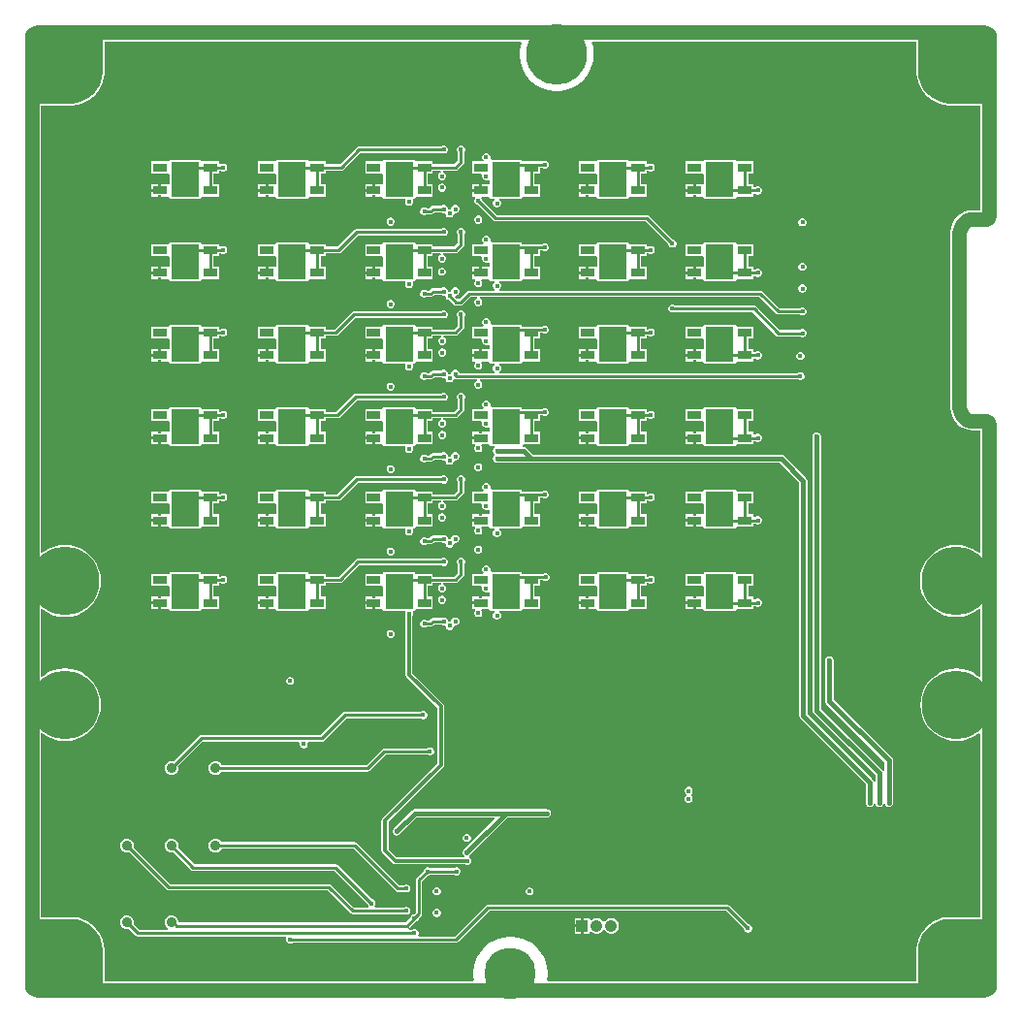
<source format=gbr>
G04*
G04 #@! TF.GenerationSoftware,Altium Limited,Altium Designer,24.1.2 (44)*
G04*
G04 Layer_Physical_Order=4*
G04 Layer_Color=16711680*
%FSLAX44Y44*%
%MOMM*%
G71*
G04*
G04 #@! TF.SameCoordinates,B1001185-6E67-4BF1-ABA2-4279EC4F573C*
G04*
G04*
G04 #@! TF.FilePolarity,Positive*
G04*
G01*
G75*
%ADD19C,0.2540*%
%ADD40C,1.2700*%
%ADD69C,0.4000*%
%ADD70C,5.3000*%
%ADD71C,4.5000*%
%ADD72C,0.7000*%
%ADD73C,6.0000*%
%ADD74C,0.8000*%
%ADD75R,1.0500X1.0500*%
%ADD76C,1.0500*%
%ADD77C,0.4000*%
%ADD78C,0.9000*%
%ADD79C,0.3000*%
%ADD80R,1.1938X0.7620*%
%ADD81R,2.4892X3.0988*%
G36*
X779376Y809293D02*
X779376Y807438D01*
X779419Y807335D01*
X779390Y807226D01*
X779874Y803549D01*
X779930Y803452D01*
X779916Y803341D01*
X780876Y799759D01*
X780944Y799669D01*
Y799557D01*
X782363Y796131D01*
X782443Y796052D01*
X782457Y795940D01*
X784312Y792729D01*
X784401Y792660D01*
X784430Y792552D01*
X786687Y789610D01*
X786785Y789554D01*
X786827Y789450D01*
X789450Y786827D01*
X789554Y786785D01*
X789610Y786687D01*
X792552Y784430D01*
X792660Y784400D01*
X792729Y784312D01*
X795940Y782457D01*
X796052Y782443D01*
X796131Y782363D01*
X799557Y780944D01*
X799669D01*
X799759Y780876D01*
X803341Y779916D01*
X803452Y779930D01*
X803549Y779874D01*
X807226Y779390D01*
X807335Y779419D01*
X807438Y779376D01*
X809293Y779376D01*
X809293Y779376D01*
X835232D01*
Y766646D01*
Y756646D01*
Y746646D01*
Y736646D01*
Y726646D01*
Y716646D01*
Y706646D01*
Y696646D01*
Y687825D01*
X828860D01*
X828860Y687853D01*
X824998Y687472D01*
X821285Y686346D01*
X817862Y684517D01*
X814863Y682055D01*
X812401Y679055D01*
X810572Y675633D01*
X809445Y671919D01*
X809065Y668057D01*
X809092D01*
Y653163D01*
Y643163D01*
Y633163D01*
Y623163D01*
Y613163D01*
Y603163D01*
Y593163D01*
Y583163D01*
Y573163D01*
Y563163D01*
Y553163D01*
Y543163D01*
Y533163D01*
Y523163D01*
Y515497D01*
X809065D01*
X809445Y511635D01*
X810572Y507922D01*
X812401Y504499D01*
X814863Y501500D01*
X817862Y499038D01*
X821285Y497209D01*
X824998Y496082D01*
X828860Y495702D01*
X828860Y495729D01*
X835232D01*
Y491390D01*
Y481390D01*
Y471390D01*
Y461390D01*
Y451390D01*
Y441390D01*
Y431390D01*
Y421390D01*
Y411390D01*
Y401390D01*
Y388808D01*
X834079Y388276D01*
X832572Y389563D01*
X828345Y392154D01*
X823764Y394051D01*
X818943Y395208D01*
X814000Y395597D01*
X809057Y395208D01*
X804236Y394051D01*
X799655Y392154D01*
X795427Y389563D01*
X791657Y386343D01*
X788437Y382573D01*
X785846Y378345D01*
X783949Y373764D01*
X782792Y368943D01*
X782403Y364000D01*
X782792Y359057D01*
X783949Y354236D01*
X785846Y349655D01*
X788437Y345428D01*
X791657Y341657D01*
X795427Y338437D01*
X799655Y335846D01*
X804236Y333949D01*
X809057Y332792D01*
X814000Y332403D01*
X818943Y332792D01*
X823764Y333949D01*
X828345Y335846D01*
X832572Y338437D01*
X834079Y339724D01*
X835232Y339192D01*
Y331390D01*
Y321390D01*
Y311391D01*
Y301391D01*
Y291391D01*
Y281215D01*
X834079Y280683D01*
X833049Y281563D01*
X828822Y284153D01*
X824241Y286051D01*
X819420Y287208D01*
X814477Y287597D01*
X809534Y287208D01*
X804713Y286051D01*
X800132Y284153D01*
X795904Y281563D01*
X792134Y278343D01*
X788914Y274573D01*
X786323Y270345D01*
X784426Y265764D01*
X783269Y260943D01*
X782879Y256000D01*
X783269Y251057D01*
X784426Y246236D01*
X786323Y241655D01*
X788914Y237428D01*
X792134Y233657D01*
X795904Y230437D01*
X800132Y227847D01*
X804713Y225949D01*
X809534Y224792D01*
X814477Y224403D01*
X819420Y224792D01*
X824241Y225949D01*
X828822Y227847D01*
X833049Y230437D01*
X833962Y231217D01*
X835232Y230631D01*
Y221391D01*
Y211391D01*
Y201391D01*
Y191391D01*
Y181391D01*
Y171391D01*
Y161391D01*
Y151391D01*
Y141391D01*
Y131391D01*
Y121391D01*
Y111391D01*
Y101391D01*
Y91391D01*
Y81391D01*
Y70624D01*
X809293Y70624D01*
X807438Y70624D01*
X807335Y70581D01*
X807226Y70610D01*
X803549Y70126D01*
X803452Y70069D01*
X803341Y70084D01*
X799759Y69124D01*
X799669Y69056D01*
X799557D01*
X796131Y67637D01*
X796052Y67557D01*
X795940Y67543D01*
X792729Y65688D01*
X792660Y65599D01*
X792552Y65570D01*
X789610Y63313D01*
X789554Y63215D01*
X789450Y63173D01*
X786827Y60550D01*
X786785Y60447D01*
X786687Y60390D01*
X784430Y57448D01*
X784400Y57340D01*
X784312Y57271D01*
X782457Y54060D01*
X782443Y53948D01*
X782363Y53869D01*
X780944Y50443D01*
Y50331D01*
X780876Y50241D01*
X779916Y46659D01*
X779930Y46548D01*
X779874Y46451D01*
X779390Y42774D01*
X779419Y42665D01*
X779376Y42562D01*
X779376Y40707D01*
X779376Y40707D01*
Y14768D01*
X457755D01*
X456918Y15723D01*
X457333Y18881D01*
Y23119D01*
X456780Y27322D01*
X455683Y31416D01*
X454061Y35331D01*
X451942Y39002D01*
X449362Y42365D01*
X446365Y45362D01*
X443002Y47942D01*
X439331Y50061D01*
X435416Y51683D01*
X431321Y52780D01*
X427119Y53334D01*
X422881D01*
X418679Y52780D01*
X414584Y51683D01*
X410668Y50061D01*
X406998Y47942D01*
X403635Y45362D01*
X400638Y42365D01*
X398058Y39002D01*
X395939Y35331D01*
X394317Y31416D01*
X393220Y27322D01*
X392666Y23119D01*
Y18881D01*
X393082Y15723D01*
X392245Y14768D01*
X70624D01*
Y40707D01*
X70624Y40708D01*
X70624Y42562D01*
X70581Y42665D01*
X70610Y42774D01*
X70126Y46451D01*
X70069Y46548D01*
X70084Y46659D01*
X69124Y50241D01*
X69056Y50331D01*
Y50443D01*
X67637Y53869D01*
X67557Y53948D01*
X67543Y54060D01*
X65688Y57271D01*
X65599Y57340D01*
X65570Y57448D01*
X63313Y60390D01*
X63215Y60447D01*
X63173Y60550D01*
X60550Y63173D01*
X60447Y63215D01*
X60390Y63313D01*
X57448Y65570D01*
X57340Y65599D01*
X57271Y65688D01*
X54060Y67543D01*
X53948Y67557D01*
X53869Y67637D01*
X50443Y69056D01*
X50331D01*
X50241Y69124D01*
X46659Y70084D01*
X46548Y70069D01*
X46451Y70126D01*
X42774Y70610D01*
X42665Y70581D01*
X42562Y70624D01*
X40707Y70624D01*
X14768Y70624D01*
Y82095D01*
Y92094D01*
Y102094D01*
Y112094D01*
Y122094D01*
Y132094D01*
Y142094D01*
Y152094D01*
Y162094D01*
Y172094D01*
Y182094D01*
Y192094D01*
Y202094D01*
Y212094D01*
Y222094D01*
Y231039D01*
X16038Y231624D01*
X17428Y230437D01*
X21655Y227847D01*
X26236Y225949D01*
X31057Y224792D01*
X36000Y224403D01*
X40943Y224792D01*
X45764Y225949D01*
X50345Y227847D01*
X54573Y230437D01*
X58343Y233657D01*
X61563Y237428D01*
X64153Y241655D01*
X66051Y246236D01*
X67208Y251057D01*
X67597Y256000D01*
X67208Y260943D01*
X66051Y265764D01*
X64153Y270345D01*
X61563Y274573D01*
X58343Y278343D01*
X54573Y281563D01*
X50345Y284153D01*
X45764Y286051D01*
X40943Y287208D01*
X36000Y287597D01*
X31057Y287208D01*
X26236Y286051D01*
X21655Y284153D01*
X17428Y281563D01*
X15921Y280276D01*
X14768Y280808D01*
Y292094D01*
Y302094D01*
Y312094D01*
Y322094D01*
Y332094D01*
Y339192D01*
X15921Y339724D01*
X17428Y338437D01*
X21655Y335846D01*
X26236Y333949D01*
X31057Y332792D01*
X36000Y332403D01*
X40943Y332792D01*
X45764Y333949D01*
X50345Y335846D01*
X54573Y338437D01*
X58343Y341657D01*
X61563Y345428D01*
X64153Y349655D01*
X66051Y354236D01*
X67208Y359057D01*
X67597Y364000D01*
X67208Y368943D01*
X66051Y373764D01*
X64153Y378345D01*
X61563Y382573D01*
X58343Y386343D01*
X54573Y389563D01*
X50345Y392154D01*
X45764Y394051D01*
X40943Y395208D01*
X36000Y395597D01*
X31057Y395208D01*
X26236Y394051D01*
X21655Y392154D01*
X17428Y389563D01*
X15921Y388276D01*
X14768Y388808D01*
Y402094D01*
Y412094D01*
Y422094D01*
Y432094D01*
Y442094D01*
Y452094D01*
Y462094D01*
Y472094D01*
Y482094D01*
Y492094D01*
Y502094D01*
Y512094D01*
Y522094D01*
Y532094D01*
Y542094D01*
Y552094D01*
Y562094D01*
Y572094D01*
Y582094D01*
Y592094D01*
Y602094D01*
Y612094D01*
Y622094D01*
Y632094D01*
Y642093D01*
Y652093D01*
Y662093D01*
Y672093D01*
Y682093D01*
Y692093D01*
Y702093D01*
Y712093D01*
Y722093D01*
Y732093D01*
Y742093D01*
Y752093D01*
Y762093D01*
Y772093D01*
Y779376D01*
X40707Y779376D01*
X42562Y779376D01*
X42665Y779419D01*
X42774Y779390D01*
X46451Y779874D01*
X46548Y779930D01*
X46659Y779916D01*
X50241Y780876D01*
X50331Y780944D01*
X50443D01*
X53869Y782363D01*
X53948Y782443D01*
X54060Y782457D01*
X57271Y784312D01*
X57340Y784401D01*
X57448Y784430D01*
X60390Y786687D01*
X60447Y786785D01*
X60550Y786827D01*
X63173Y789450D01*
X63215Y789554D01*
X63313Y789610D01*
X65570Y792552D01*
X65599Y792660D01*
X65688Y792729D01*
X67543Y795940D01*
X67557Y796052D01*
X67637Y796131D01*
X69056Y799557D01*
Y799669D01*
X69124Y799759D01*
X70084Y803341D01*
X70069Y803452D01*
X70126Y803549D01*
X70610Y807226D01*
X70581Y807335D01*
X70624Y807438D01*
X70624Y809292D01*
X70624Y809293D01*
Y835232D01*
X433764D01*
X434495Y833962D01*
X433520Y830322D01*
X432966Y826119D01*
Y821881D01*
X433520Y817679D01*
X434617Y813584D01*
X436239Y809669D01*
X438358Y805998D01*
X440938Y802635D01*
X443935Y799638D01*
X447298Y797058D01*
X450969Y794939D01*
X454884Y793317D01*
X458979Y792220D01*
X463181Y791666D01*
X467419D01*
X471622Y792220D01*
X475716Y793317D01*
X479632Y794939D01*
X483302Y797058D01*
X486665Y799638D01*
X489662Y802635D01*
X492242Y805998D01*
X494361Y809669D01*
X495983Y813584D01*
X497080Y817679D01*
X497634Y821881D01*
Y826119D01*
X497080Y830322D01*
X496105Y833962D01*
X496836Y835232D01*
X779376D01*
X779376Y809293D01*
D02*
G37*
G36*
X843526Y781000D02*
X809293D01*
Y781000D01*
X807438Y781000D01*
X803761Y781484D01*
X800179Y782444D01*
X796752Y783863D01*
X793540Y785718D01*
X790598Y787975D01*
X787975Y790598D01*
X785718Y793540D01*
X783863Y796752D01*
X782444Y800179D01*
X781484Y803761D01*
X781000Y807438D01*
X781000Y809293D01*
X781000Y843526D01*
X843526D01*
Y781000D01*
D02*
G37*
G36*
X69000Y809293D02*
X69000D01*
X69000Y807438D01*
X68516Y803761D01*
X67556Y800179D01*
X66137Y796752D01*
X64282Y793540D01*
X62024Y790598D01*
X59402Y787975D01*
X56460Y785718D01*
X53248Y783863D01*
X49821Y782444D01*
X46239Y781484D01*
X42562Y781000D01*
X40707Y781000D01*
X6474Y781000D01*
Y843526D01*
X69000D01*
Y809293D01*
D02*
G37*
G36*
X843526Y6474D02*
X781000D01*
Y40707D01*
X781000Y40707D01*
X781000Y40707D01*
X781000Y42562D01*
X781484Y46239D01*
X782444Y49821D01*
X783863Y53248D01*
X785718Y56460D01*
X787975Y59402D01*
X790598Y62024D01*
X793540Y64282D01*
X796752Y66137D01*
X800179Y67556D01*
X803761Y68516D01*
X807438Y69000D01*
X809293Y69000D01*
X843526Y69000D01*
Y6474D01*
D02*
G37*
G36*
X40707Y69000D02*
X42562Y69000D01*
X46239Y68516D01*
X49821Y67556D01*
X53248Y66137D01*
X56460Y64282D01*
X59402Y62024D01*
X62024Y59402D01*
X64282Y56460D01*
X66137Y53248D01*
X67556Y49821D01*
X68516Y46239D01*
X69000Y42562D01*
X69000Y40707D01*
X69000D01*
X69000Y40707D01*
Y6474D01*
X6474D01*
Y69000D01*
X40707Y69000D01*
D02*
G37*
%LPC*%
G36*
X367546Y744184D02*
X366154D01*
X364867Y743651D01*
X364725Y743508D01*
X292940D01*
X292940Y743508D01*
X291859Y743293D01*
X290943Y742681D01*
X290943Y742681D01*
X276086Y727824D01*
X263907D01*
Y730310D01*
X248969D01*
X248286Y731297D01*
Y731994D01*
X220394D01*
Y731297D01*
X219711Y730310D01*
X219124Y730310D01*
X204773D01*
Y719690D01*
X219124D01*
X219711Y719690D01*
X220394Y718703D01*
Y711297D01*
X219711Y710310D01*
X219124Y710310D01*
X213512D01*
Y708622D01*
X210972D01*
Y710310D01*
X204773D01*
Y706270D01*
X206461D01*
Y703730D01*
X204773D01*
Y699690D01*
X210972D01*
Y701377D01*
X213512D01*
Y699690D01*
X219124D01*
X219711Y699690D01*
X220394Y698703D01*
Y698006D01*
X248286D01*
Y698703D01*
X248969Y699690D01*
X263907D01*
Y710310D01*
X259262D01*
Y719690D01*
X263907D01*
Y722176D01*
X277256D01*
X277256Y722176D01*
X278337Y722391D01*
X279253Y723003D01*
X294110Y737860D01*
X364725D01*
X364867Y737717D01*
X366154Y737184D01*
X367546D01*
X368833Y737717D01*
X369817Y738701D01*
X370350Y739988D01*
Y741380D01*
X369817Y742667D01*
X368833Y743651D01*
X367546Y744184D01*
D02*
G37*
G36*
X382546D02*
X381154D01*
X379868Y743651D01*
X378883Y742667D01*
X378350Y741380D01*
Y739988D01*
X378883Y738701D01*
X379026Y738559D01*
Y731117D01*
X375733Y727824D01*
X357247D01*
Y730310D01*
X342309D01*
X341626Y731297D01*
Y731994D01*
X313734D01*
Y731297D01*
X313051Y730310D01*
X312464Y730310D01*
X298113D01*
Y719690D01*
X312464D01*
X313051Y719690D01*
X313734Y718703D01*
Y711297D01*
X313051Y710310D01*
X312464Y710310D01*
X306852D01*
Y708622D01*
X304312D01*
Y710310D01*
X298113D01*
Y706270D01*
X299801D01*
Y703730D01*
X298113D01*
Y699690D01*
X304312D01*
Y701377D01*
X306852D01*
Y699690D01*
X312464D01*
X313051Y699690D01*
X313734Y698703D01*
Y698006D01*
X332720D01*
X333028Y697597D01*
X333390Y696736D01*
X332960Y695696D01*
Y694304D01*
X333493Y693017D01*
X334477Y692033D01*
X335764Y691500D01*
X337156D01*
X338442Y692033D01*
X339427Y693017D01*
X339960Y694304D01*
Y695696D01*
X339529Y696736D01*
X339891Y697597D01*
X340200Y698006D01*
X341626D01*
Y698703D01*
X342309Y699690D01*
X357247D01*
Y710310D01*
X352602D01*
Y719690D01*
X357247D01*
Y722176D01*
X363919D01*
X364171Y720906D01*
X363233Y720517D01*
X362249Y719533D01*
X361716Y718246D01*
Y716854D01*
X362249Y715567D01*
X363233Y714583D01*
X364520Y714050D01*
X365912D01*
X367199Y714583D01*
X368183Y715567D01*
X368716Y716854D01*
Y718246D01*
X368183Y719533D01*
X367199Y720517D01*
X366261Y720906D01*
X366513Y722176D01*
X376903D01*
X376903Y722176D01*
X377984Y722391D01*
X378900Y723003D01*
X383847Y727950D01*
X384459Y728866D01*
X384674Y729947D01*
X384674Y729947D01*
Y738559D01*
X384817Y738701D01*
X385350Y739988D01*
Y741380D01*
X384817Y742667D01*
X383833Y743651D01*
X382546Y744184D01*
D02*
G37*
G36*
X404556Y737524D02*
X403164D01*
X401877Y736991D01*
X400893Y736007D01*
X400360Y734720D01*
Y733328D01*
X400893Y732041D01*
X401354Y731580D01*
X400828Y730310D01*
X391453D01*
Y719690D01*
X399583D01*
X400432Y718420D01*
X400360Y718246D01*
Y716854D01*
X400893Y715567D01*
X401877Y714583D01*
X403164Y714050D01*
X404556D01*
X405843Y714583D01*
X407074Y714018D01*
Y711297D01*
X406391Y710310D01*
X405804Y710310D01*
X400192D01*
Y708622D01*
X397652D01*
Y710310D01*
X391453D01*
Y706270D01*
X393141D01*
Y703730D01*
X391453D01*
Y699690D01*
X393884D01*
X394410Y698420D01*
X393949Y697959D01*
X393416Y696672D01*
Y695280D01*
X393949Y693993D01*
X394933Y693009D01*
X396220Y692476D01*
X396422D01*
X410175Y678723D01*
X410175Y678723D01*
X411091Y678111D01*
X412172Y677896D01*
X543024D01*
X562920Y658000D01*
Y657798D01*
X563453Y656511D01*
X564437Y655527D01*
X565724Y654994D01*
X567116D01*
X568403Y655527D01*
X569387Y656511D01*
X569920Y657798D01*
Y659190D01*
X569387Y660477D01*
X568403Y661461D01*
X567116Y661994D01*
X566914D01*
X546191Y682717D01*
X545275Y683329D01*
X544194Y683544D01*
X544194Y683544D01*
X413342D01*
X400416Y696470D01*
Y696672D01*
X399883Y697959D01*
X399422Y698420D01*
X399948Y699690D01*
X405804D01*
X406391Y699690D01*
X407074Y698703D01*
Y698006D01*
X410963D01*
X411239Y696839D01*
X411241Y696736D01*
X410275Y695770D01*
X409742Y694483D01*
Y693091D01*
X410275Y691804D01*
X411259Y690820D01*
X412545Y690287D01*
X413938D01*
X415224Y690820D01*
X416209Y691804D01*
X416742Y693091D01*
Y694483D01*
X416209Y695770D01*
X415242Y696736D01*
X415244Y696839D01*
X415521Y698006D01*
X434966D01*
Y698703D01*
X435649Y699690D01*
X450587D01*
Y710310D01*
X445942D01*
Y719690D01*
X450587D01*
Y724676D01*
X452874D01*
X453016Y724533D01*
X454303Y724000D01*
X455695D01*
X456982Y724533D01*
X457966Y725517D01*
X458499Y726804D01*
Y728196D01*
X457966Y729483D01*
X456982Y730467D01*
X455695Y731000D01*
X454303D01*
X453016Y730467D01*
X452874Y730324D01*
X445618D01*
X445618Y730324D01*
X445618Y730324D01*
X434966D01*
Y731994D01*
X408182D01*
X407333Y733264D01*
X407360Y733328D01*
Y734720D01*
X406827Y736007D01*
X405843Y736991D01*
X404556Y737524D01*
D02*
G37*
G36*
X528306Y731994D02*
X500414D01*
Y731297D01*
X499731Y730310D01*
X499144Y730310D01*
X484793D01*
Y719690D01*
X499144D01*
X499731Y719690D01*
X500414Y718703D01*
Y711297D01*
X499731Y710310D01*
X499144Y710310D01*
X493532D01*
Y708622D01*
X490992D01*
Y710310D01*
X484793D01*
Y706270D01*
X486481D01*
Y703730D01*
X484793D01*
Y699690D01*
X490992D01*
Y701377D01*
X493532D01*
Y699690D01*
X499144D01*
X499731Y699690D01*
X500414Y698703D01*
Y698006D01*
X528306D01*
Y698703D01*
X528989Y699690D01*
X543927D01*
Y710310D01*
X539282D01*
Y719690D01*
X543927D01*
Y722176D01*
X545499D01*
X545641Y722033D01*
X546928Y721500D01*
X548320D01*
X549607Y722033D01*
X550591Y723017D01*
X551124Y724304D01*
Y725696D01*
X550591Y726982D01*
X549607Y727967D01*
X548320Y728500D01*
X546928D01*
X545641Y727967D01*
X545499Y727824D01*
X543927D01*
Y730310D01*
X528989D01*
X528306Y731297D01*
Y731994D01*
D02*
G37*
G36*
X154946D02*
X127054D01*
Y731297D01*
X126371Y730310D01*
X125784Y730310D01*
X111433D01*
Y719690D01*
X125784D01*
X126371Y719690D01*
X127054Y718703D01*
Y711297D01*
X126371Y710310D01*
X125784Y710310D01*
X120172D01*
Y708622D01*
X117632D01*
Y710310D01*
X111433D01*
Y706270D01*
X113121D01*
Y703730D01*
X111433D01*
Y699690D01*
X117632D01*
Y701377D01*
X120172D01*
Y699690D01*
X125784D01*
X126371Y699690D01*
X127054Y698703D01*
Y698006D01*
X154946D01*
Y698703D01*
X155629Y699690D01*
X170567D01*
Y710310D01*
X165922D01*
Y719690D01*
X170567D01*
Y722176D01*
X172139D01*
X172281Y722033D01*
X173568Y721500D01*
X174960D01*
X176247Y722033D01*
X177231Y723017D01*
X177764Y724304D01*
Y725696D01*
X177231Y726982D01*
X176247Y727967D01*
X174960Y728500D01*
X173568D01*
X172281Y727967D01*
X172139Y727824D01*
X170567D01*
Y730310D01*
X155629D01*
X154946Y731297D01*
Y731994D01*
D02*
G37*
G36*
X621646D02*
X593754D01*
Y731297D01*
X593071Y730310D01*
X592484Y730310D01*
X578133D01*
Y719690D01*
X592484D01*
X593071Y719690D01*
X593754Y718703D01*
Y711297D01*
X593071Y710310D01*
X592484Y710310D01*
X586872D01*
Y708622D01*
X584332D01*
Y710310D01*
X578133D01*
Y706270D01*
X579821D01*
Y703730D01*
X578133D01*
Y699690D01*
X584332D01*
Y701377D01*
X586872D01*
Y699690D01*
X592484D01*
X593071Y699690D01*
X593754Y698703D01*
Y698006D01*
X621646D01*
Y698703D01*
X622329Y699690D01*
X637267D01*
Y702176D01*
X638839D01*
X638981Y702033D01*
X640268Y701500D01*
X641660D01*
X642947Y702033D01*
X643931Y703017D01*
X644464Y704304D01*
Y705696D01*
X643931Y706982D01*
X642947Y707967D01*
X641660Y708500D01*
X640268D01*
X638981Y707967D01*
X638839Y707824D01*
X637267D01*
Y710310D01*
X632622D01*
Y719690D01*
X637267D01*
Y730310D01*
X622329D01*
X621646Y731297D01*
Y731994D01*
D02*
G37*
G36*
X365912Y711000D02*
X364520D01*
X363233Y710467D01*
X362249Y709483D01*
X361716Y708196D01*
Y706804D01*
X362249Y705517D01*
X363233Y704533D01*
X364520Y704000D01*
X365912D01*
X367199Y704533D01*
X368183Y705517D01*
X368716Y706804D01*
Y708196D01*
X368183Y709483D01*
X367199Y710467D01*
X365912Y711000D01*
D02*
G37*
G36*
X377546Y692310D02*
X376154D01*
X374867Y691777D01*
X373883Y690793D01*
X373350Y689506D01*
Y689352D01*
X372546Y688310D01*
X371154D01*
X370350Y689352D01*
Y689506D01*
X369817Y690793D01*
X368833Y691777D01*
X367546Y692310D01*
X366154D01*
X364867Y691777D01*
X364726Y691636D01*
X357337D01*
X357337Y691636D01*
X356256Y691421D01*
X355340Y690809D01*
X354171Y689640D01*
X351902D01*
X351761Y689781D01*
X350474Y690314D01*
X349082D01*
X347795Y689781D01*
X346811Y688797D01*
X346278Y687511D01*
Y686118D01*
X346811Y684832D01*
X347795Y683847D01*
X349082Y683314D01*
X350474D01*
X351761Y683847D01*
X351905Y683992D01*
X355341D01*
X355341Y683992D01*
X356422Y684207D01*
X357338Y684819D01*
X358507Y685987D01*
X364723D01*
X364867Y685843D01*
X366154Y685310D01*
X367546D01*
X368350Y684268D01*
Y684114D01*
X368883Y682827D01*
X369868Y681843D01*
X371154Y681310D01*
X372546D01*
X373833Y681843D01*
X374817Y682827D01*
X375350Y684114D01*
Y684268D01*
X376154Y685310D01*
X377546D01*
X378833Y685843D01*
X379817Y686827D01*
X380350Y688114D01*
Y689506D01*
X379817Y690793D01*
X378833Y691777D01*
X377546Y692310D01*
D02*
G37*
G36*
X397612Y682950D02*
X396220D01*
X394933Y682417D01*
X393949Y681433D01*
X393416Y680146D01*
Y678754D01*
X393949Y677467D01*
X394933Y676483D01*
X396220Y675950D01*
X397612D01*
X398899Y676483D01*
X399883Y677467D01*
X400416Y678754D01*
Y680146D01*
X399883Y681433D01*
X398899Y682417D01*
X397612Y682950D01*
D02*
G37*
G36*
X321155Y681252D02*
X319762D01*
X318476Y680719D01*
X317491Y679734D01*
X316959Y678448D01*
Y677055D01*
X317491Y675769D01*
X318476Y674784D01*
X319762Y674252D01*
X321155D01*
X322441Y674784D01*
X323426Y675769D01*
X323959Y677055D01*
Y678448D01*
X323426Y679734D01*
X322441Y680719D01*
X321155Y681252D01*
D02*
G37*
G36*
X680680Y680711D02*
X679288D01*
X678001Y680179D01*
X677017Y679194D01*
X676484Y677908D01*
Y676515D01*
X677017Y675229D01*
X678001Y674244D01*
X679288Y673711D01*
X680680D01*
X681967Y674244D01*
X682951Y675229D01*
X683484Y676515D01*
Y677908D01*
X682951Y679194D01*
X681967Y680179D01*
X680680Y680711D01*
D02*
G37*
G36*
X367546Y672184D02*
X366154D01*
X364867Y671651D01*
X364725Y671508D01*
X290739D01*
X290739Y671508D01*
X289658Y671293D01*
X288742Y670681D01*
X288742Y670681D01*
X273885Y655824D01*
X263907D01*
Y658310D01*
X248969D01*
X248286Y659297D01*
Y659994D01*
X220394D01*
Y659297D01*
X219711Y658310D01*
X219124Y658310D01*
X204773D01*
Y647690D01*
X219124D01*
X219711Y647690D01*
X220394Y646703D01*
Y639297D01*
X219711Y638310D01*
X219124Y638310D01*
X213512D01*
Y636622D01*
X210972D01*
Y638310D01*
X204773D01*
Y634270D01*
X206461D01*
Y631730D01*
X204773D01*
Y627690D01*
X210972D01*
Y629378D01*
X213512D01*
Y627690D01*
X219124D01*
X219711Y627690D01*
X220394Y626703D01*
Y626006D01*
X248286D01*
Y626703D01*
X248969Y627690D01*
X263907D01*
Y638310D01*
X259262D01*
Y647690D01*
X263907D01*
Y650176D01*
X275055D01*
X275055Y650176D01*
X276136Y650391D01*
X277052Y651003D01*
X291909Y665860D01*
X364725D01*
X364867Y665717D01*
X366154Y665184D01*
X367546D01*
X368833Y665717D01*
X369817Y666701D01*
X370350Y667988D01*
Y669380D01*
X369817Y670667D01*
X368833Y671651D01*
X367546Y672184D01*
D02*
G37*
G36*
X382546D02*
X381154D01*
X379868Y671651D01*
X378883Y670667D01*
X378350Y669380D01*
Y667988D01*
X378883Y666701D01*
X379026Y666559D01*
Y659117D01*
X375733Y655824D01*
X357247D01*
Y658310D01*
X342309D01*
X341626Y659297D01*
Y659994D01*
X313734D01*
Y659297D01*
X313051Y658310D01*
X312464Y658310D01*
X298113D01*
Y647690D01*
X312464D01*
X313051Y647690D01*
X313734Y646703D01*
Y639297D01*
X313051Y638310D01*
X312464Y638310D01*
X306852D01*
Y636622D01*
X304312D01*
Y638310D01*
X298113D01*
Y634270D01*
X299801D01*
Y631730D01*
X298113D01*
Y627690D01*
X304312D01*
Y629378D01*
X306852D01*
Y627690D01*
X312464D01*
X313051Y627690D01*
X313734Y626703D01*
Y626006D01*
X332720D01*
X333028Y625597D01*
X333390Y624736D01*
X332960Y623696D01*
Y622304D01*
X333493Y621017D01*
X334477Y620033D01*
X335764Y619500D01*
X337156D01*
X338442Y620033D01*
X339427Y621017D01*
X339960Y622304D01*
Y623696D01*
X339529Y624736D01*
X339891Y625597D01*
X340200Y626006D01*
X341626D01*
Y626703D01*
X342309Y627690D01*
X357247D01*
Y638310D01*
X352602D01*
Y647690D01*
X357247D01*
Y650176D01*
X363919D01*
X364171Y648906D01*
X363233Y648517D01*
X362249Y647533D01*
X361716Y646246D01*
Y644854D01*
X362249Y643567D01*
X363233Y642583D01*
X364520Y642050D01*
X365912D01*
X367199Y642583D01*
X368183Y643567D01*
X368716Y644854D01*
Y646246D01*
X368183Y647533D01*
X367199Y648517D01*
X366261Y648906D01*
X366513Y650176D01*
X376903D01*
X376903Y650176D01*
X377984Y650391D01*
X378900Y651003D01*
X383847Y655950D01*
X384459Y656867D01*
X384674Y657947D01*
X384674Y657947D01*
Y666559D01*
X384817Y666701D01*
X385350Y667988D01*
Y669380D01*
X384817Y670667D01*
X383833Y671651D01*
X382546Y672184D01*
D02*
G37*
G36*
X404556Y665524D02*
X403164D01*
X401877Y664991D01*
X400893Y664007D01*
X400360Y662720D01*
Y661328D01*
X400893Y660041D01*
X401354Y659580D01*
X400828Y658310D01*
X391453D01*
Y647690D01*
X399583D01*
X400432Y646420D01*
X400360Y646246D01*
Y644854D01*
X400893Y643567D01*
X401877Y642583D01*
X403164Y642050D01*
X404556D01*
X405843Y642583D01*
X407074Y642018D01*
Y639297D01*
X406391Y638310D01*
X405804Y638310D01*
X400192D01*
Y636622D01*
X397652D01*
Y638310D01*
X391453D01*
Y634270D01*
X393141D01*
Y631730D01*
X391453D01*
Y627690D01*
X393884D01*
X394410Y626420D01*
X393949Y625959D01*
X393416Y624672D01*
Y623280D01*
X393949Y621993D01*
X394933Y621009D01*
X396220Y620476D01*
X397612D01*
X398899Y621009D01*
X399883Y621993D01*
X400416Y623280D01*
Y624672D01*
X399883Y625959D01*
X399422Y626420D01*
X399948Y627690D01*
X405804D01*
X406391Y627690D01*
X407074Y626703D01*
Y626006D01*
X410963D01*
X411239Y624840D01*
X411241Y624736D01*
X410275Y623769D01*
X409742Y622483D01*
Y621091D01*
X410275Y619804D01*
X411169Y618910D01*
X411126Y618486D01*
X410788Y617640D01*
X388821D01*
X388821Y617640D01*
X387740Y617425D01*
X386824Y616813D01*
X380285Y610274D01*
X378380D01*
X376614Y612040D01*
X377140Y613310D01*
X377546D01*
X378833Y613843D01*
X379817Y614827D01*
X380350Y616114D01*
Y617506D01*
X379817Y618793D01*
X378833Y619777D01*
X377546Y620310D01*
X376154D01*
X374868Y619777D01*
X373883Y618793D01*
X373350Y617506D01*
Y617352D01*
X372546Y616310D01*
X371154D01*
X370350Y617352D01*
Y617506D01*
X369817Y618793D01*
X368833Y619777D01*
X367546Y620310D01*
X366154D01*
X364868Y619777D01*
X364726Y619636D01*
X357337D01*
X357337Y619636D01*
X356256Y619421D01*
X355340Y618809D01*
X354171Y617640D01*
X351902D01*
X351761Y617782D01*
X350474Y618314D01*
X349082D01*
X347795Y617782D01*
X346811Y616797D01*
X346278Y615511D01*
Y614118D01*
X346811Y612832D01*
X347795Y611847D01*
X349082Y611314D01*
X350474D01*
X351761Y611847D01*
X351905Y611992D01*
X355341D01*
X355341Y611992D01*
X356422Y612207D01*
X357338Y612819D01*
X358507Y613987D01*
X364723D01*
X364868Y613843D01*
X366154Y613310D01*
X367546D01*
X368350Y612268D01*
Y612114D01*
X368883Y610827D01*
X369868Y609843D01*
X371154Y609310D01*
X371356D01*
X375213Y605453D01*
X376129Y604841D01*
X377210Y604626D01*
X377210Y604626D01*
X381455D01*
X381455Y604626D01*
X382536Y604841D01*
X383452Y605453D01*
X389991Y611992D01*
X395416D01*
X395669Y610722D01*
X394933Y610417D01*
X393949Y609433D01*
X393416Y608146D01*
Y606754D01*
X393949Y605467D01*
X394933Y604483D01*
X396220Y603950D01*
X397612D01*
X398899Y604483D01*
X399883Y605467D01*
X400416Y606754D01*
Y608146D01*
X399883Y609433D01*
X398899Y610417D01*
X398163Y610722D01*
X398416Y611992D01*
X642262D01*
X656823Y597431D01*
X656823Y597431D01*
X657739Y596819D01*
X658820Y596604D01*
X677859D01*
X678001Y596461D01*
X679288Y595928D01*
X680680D01*
X681967Y596461D01*
X682951Y597445D01*
X683484Y598732D01*
Y600124D01*
X682951Y601410D01*
X681967Y602395D01*
X680680Y602928D01*
X679288D01*
X678001Y602395D01*
X677859Y602252D01*
X659990D01*
X645429Y616813D01*
X644512Y617425D01*
X643432Y617640D01*
X643432Y617640D01*
X415695D01*
X415358Y618486D01*
X415315Y618910D01*
X416209Y619804D01*
X416742Y621091D01*
Y622483D01*
X416209Y623769D01*
X415242Y624736D01*
X415244Y624840D01*
X415521Y626006D01*
X434966D01*
Y626703D01*
X435649Y627690D01*
X450587D01*
Y638310D01*
X445942D01*
Y647690D01*
X450587D01*
Y652676D01*
X452874D01*
X453016Y652533D01*
X454303Y652000D01*
X455695D01*
X456982Y652533D01*
X457966Y653517D01*
X458499Y654804D01*
Y656196D01*
X457966Y657483D01*
X456982Y658467D01*
X455695Y659000D01*
X454303D01*
X453016Y658467D01*
X452874Y658324D01*
X434966D01*
Y659994D01*
X408182D01*
X407334Y661264D01*
X407360Y661328D01*
Y662720D01*
X406827Y664007D01*
X405843Y664991D01*
X404556Y665524D01*
D02*
G37*
G36*
X528306Y659994D02*
X500414D01*
Y659297D01*
X499731Y658310D01*
X499144Y658310D01*
X484793D01*
Y647690D01*
X499144D01*
X499731Y647690D01*
X500414Y646703D01*
Y639297D01*
X499731Y638310D01*
X499144Y638310D01*
X493532D01*
Y636622D01*
X490992D01*
Y638310D01*
X484793D01*
Y634270D01*
X486481D01*
Y631730D01*
X484793D01*
Y627690D01*
X490992D01*
Y629378D01*
X493532D01*
Y627690D01*
X499144D01*
X499731Y627690D01*
X500414Y626703D01*
Y626006D01*
X528306D01*
Y626703D01*
X528989Y627690D01*
X543927D01*
Y638310D01*
X539282D01*
Y647690D01*
X543927D01*
Y650176D01*
X545499D01*
X545641Y650033D01*
X546928Y649500D01*
X548320D01*
X549607Y650033D01*
X550591Y651017D01*
X551124Y652304D01*
Y653696D01*
X550591Y654983D01*
X549607Y655967D01*
X548320Y656500D01*
X546928D01*
X545641Y655967D01*
X545499Y655824D01*
X543927D01*
Y658310D01*
X528989D01*
X528306Y659297D01*
Y659994D01*
D02*
G37*
G36*
X154946D02*
X127054D01*
Y659297D01*
X126371Y658310D01*
X125784Y658310D01*
X111433D01*
Y647690D01*
X125784D01*
X126371Y647690D01*
X127054Y646703D01*
Y639297D01*
X126371Y638310D01*
X125784Y638310D01*
X120172D01*
Y636622D01*
X117632D01*
Y638310D01*
X111433D01*
Y634270D01*
X113121D01*
Y631730D01*
X111433D01*
Y627690D01*
X117632D01*
Y629378D01*
X120172D01*
Y627690D01*
X125784D01*
X126371Y627690D01*
X127054Y626703D01*
Y626006D01*
X154946D01*
Y626703D01*
X155629Y627690D01*
X170567D01*
Y638310D01*
X165922D01*
Y647690D01*
X170567D01*
Y650176D01*
X172139D01*
X172281Y650033D01*
X173568Y649500D01*
X174960D01*
X176247Y650033D01*
X177231Y651017D01*
X177764Y652304D01*
Y653696D01*
X177231Y654983D01*
X176247Y655967D01*
X174960Y656500D01*
X173568D01*
X172281Y655967D01*
X172139Y655824D01*
X170567D01*
Y658310D01*
X155629D01*
X154946Y659297D01*
Y659994D01*
D02*
G37*
G36*
X621646D02*
X593754D01*
Y659297D01*
X593071Y658310D01*
X592484Y658310D01*
X578133D01*
Y647690D01*
X592484D01*
X593071Y647690D01*
X593754Y646703D01*
Y639297D01*
X593071Y638310D01*
X592484Y638310D01*
X586872D01*
Y636622D01*
X584332D01*
Y638310D01*
X578133D01*
Y634270D01*
X579821D01*
Y631730D01*
X578133D01*
Y627690D01*
X584332D01*
Y629378D01*
X586872D01*
Y627690D01*
X592484D01*
X593071Y627690D01*
X593754Y626703D01*
Y626006D01*
X621646D01*
Y626703D01*
X622329Y627690D01*
X637267D01*
Y630176D01*
X638839D01*
X638981Y630033D01*
X640268Y629500D01*
X641660D01*
X642947Y630033D01*
X643931Y631017D01*
X644464Y632304D01*
Y633696D01*
X643931Y634983D01*
X642947Y635967D01*
X641660Y636500D01*
X640268D01*
X638981Y635967D01*
X638839Y635824D01*
X637267D01*
Y638310D01*
X632622D01*
Y647690D01*
X637267D01*
Y658310D01*
X622329D01*
X621646Y659297D01*
Y659994D01*
D02*
G37*
G36*
X680680Y641820D02*
X679288D01*
X678001Y641287D01*
X677017Y640302D01*
X676484Y639016D01*
Y637623D01*
X677017Y636337D01*
X678001Y635352D01*
X679288Y634820D01*
X680680D01*
X681967Y635352D01*
X682951Y636337D01*
X683484Y637623D01*
Y639016D01*
X682951Y640302D01*
X681967Y641287D01*
X680680Y641820D01*
D02*
G37*
G36*
X365912Y637627D02*
X364520D01*
X363233Y637094D01*
X362249Y636110D01*
X361716Y634823D01*
Y633431D01*
X362249Y632144D01*
X363233Y631160D01*
X364520Y630627D01*
X365912D01*
X367199Y631160D01*
X368183Y632144D01*
X368716Y633431D01*
Y634823D01*
X368183Y636110D01*
X367199Y637094D01*
X365912Y637627D01*
D02*
G37*
G36*
X680680Y622820D02*
X679288D01*
X678001Y622287D01*
X677017Y621302D01*
X676484Y620016D01*
Y618623D01*
X677017Y617337D01*
X678001Y616352D01*
X679288Y615820D01*
X680680D01*
X681967Y616352D01*
X682951Y617337D01*
X683484Y618623D01*
Y620016D01*
X682951Y621302D01*
X681967Y622287D01*
X680680Y622820D01*
D02*
G37*
G36*
X321154Y609250D02*
X319762D01*
X318475Y608717D01*
X317491Y607733D01*
X316958Y606446D01*
Y605054D01*
X317491Y603767D01*
X318475Y602783D01*
X319762Y602250D01*
X321154D01*
X322441Y602783D01*
X323425Y603767D01*
X323958Y605054D01*
Y606446D01*
X323425Y607733D01*
X322441Y608717D01*
X321154Y609250D01*
D02*
G37*
G36*
X367546Y600184D02*
X366154D01*
X364867Y599651D01*
X364725Y599508D01*
X288189D01*
X288189Y599508D01*
X287108Y599293D01*
X286192Y598681D01*
X286192Y598681D01*
X271335Y583824D01*
X263907D01*
Y586310D01*
X248969D01*
X248286Y587297D01*
Y587994D01*
X220394D01*
Y587297D01*
X219711Y586310D01*
X219124Y586310D01*
X204773D01*
Y575690D01*
X219124D01*
X219711Y575690D01*
X220394Y574703D01*
Y567297D01*
X219711Y566310D01*
X219124Y566310D01*
X213512D01*
Y564622D01*
X210972D01*
Y566310D01*
X204773D01*
Y562270D01*
X206461D01*
Y559730D01*
X204773D01*
Y555690D01*
X210972D01*
Y557378D01*
X213512D01*
Y555690D01*
X219124D01*
X219711Y555690D01*
X220394Y554703D01*
Y554006D01*
X248286D01*
Y554703D01*
X248969Y555690D01*
X263907D01*
Y566310D01*
X259262D01*
Y575690D01*
X263907D01*
Y578176D01*
X272504D01*
X272505Y578176D01*
X273585Y578391D01*
X274502Y579003D01*
X289359Y593860D01*
X364725D01*
X364867Y593717D01*
X366154Y593184D01*
X367546D01*
X368833Y593717D01*
X369817Y594701D01*
X370350Y595988D01*
Y597380D01*
X369817Y598667D01*
X368833Y599651D01*
X367546Y600184D01*
D02*
G37*
G36*
X382546D02*
X381154D01*
X379868Y599651D01*
X378883Y598667D01*
X378350Y597380D01*
Y595988D01*
X378883Y594701D01*
X379026Y594558D01*
Y587117D01*
X375733Y583824D01*
X357247D01*
Y586310D01*
X342309D01*
X341626Y587297D01*
Y587994D01*
X313734D01*
Y587297D01*
X313051Y586310D01*
X312464Y586310D01*
X298113D01*
Y575690D01*
X312464D01*
X313051Y575690D01*
X313734Y574703D01*
Y567297D01*
X313051Y566310D01*
X312464Y566310D01*
X306852D01*
Y564622D01*
X304312D01*
Y566310D01*
X298113D01*
Y562270D01*
X299801D01*
Y559730D01*
X298113D01*
Y555690D01*
X304312D01*
Y557378D01*
X306852D01*
Y555690D01*
X312464D01*
X313051Y555690D01*
X313734Y554703D01*
Y554006D01*
X332720D01*
X333028Y553597D01*
X333390Y552736D01*
X332960Y551696D01*
Y550304D01*
X333493Y549017D01*
X334477Y548033D01*
X335764Y547500D01*
X337156D01*
X338442Y548033D01*
X339427Y549017D01*
X339960Y550304D01*
Y551696D01*
X339529Y552736D01*
X339891Y553597D01*
X340200Y554006D01*
X341626D01*
Y554703D01*
X342309Y555690D01*
X357247D01*
Y566310D01*
X352602D01*
Y575690D01*
X357247D01*
Y578176D01*
X364180D01*
X364432Y576906D01*
X363494Y576517D01*
X362510Y575533D01*
X361977Y574246D01*
Y572854D01*
X362510Y571567D01*
X363494Y570583D01*
X364781Y570050D01*
X366173D01*
X367460Y570583D01*
X368444Y571567D01*
X368977Y572854D01*
Y574246D01*
X368444Y575533D01*
X367460Y576517D01*
X366522Y576906D01*
X366774Y578176D01*
X376903D01*
X376903Y578176D01*
X377984Y578391D01*
X378900Y579003D01*
X383847Y583950D01*
X384459Y584866D01*
X384674Y585947D01*
X384674Y585947D01*
Y594558D01*
X384817Y594701D01*
X385350Y595988D01*
Y597380D01*
X384817Y598667D01*
X383833Y599651D01*
X382546Y600184D01*
D02*
G37*
G36*
X404556Y593524D02*
X403164D01*
X401877Y592991D01*
X400893Y592007D01*
X400360Y590720D01*
Y589328D01*
X400893Y588041D01*
X401354Y587580D01*
X400828Y586310D01*
X391453D01*
Y575690D01*
X399583D01*
X400432Y574420D01*
X400360Y574246D01*
Y572854D01*
X400893Y571567D01*
X401877Y570583D01*
X403164Y570050D01*
X404556D01*
X405843Y570583D01*
X407074Y570018D01*
Y567297D01*
X406391Y566310D01*
X405804Y566310D01*
X400192D01*
Y564622D01*
X397652D01*
Y566310D01*
X391453D01*
Y562270D01*
X393141D01*
Y559730D01*
X391453D01*
Y555690D01*
X393884D01*
X394410Y554420D01*
X393949Y553959D01*
X393416Y552672D01*
Y551280D01*
X393949Y549993D01*
X394933Y549009D01*
X396220Y548476D01*
X397612D01*
X398899Y549009D01*
X399883Y549993D01*
X400416Y551280D01*
Y552672D01*
X399883Y553959D01*
X399422Y554420D01*
X399948Y555690D01*
X405804D01*
X406391Y555690D01*
X407074Y554703D01*
Y554006D01*
X410963D01*
X411239Y552839D01*
X411241Y552736D01*
X410275Y551769D01*
X409742Y550483D01*
Y549091D01*
X410275Y547804D01*
X411170Y546909D01*
X411129Y546490D01*
X410792Y545639D01*
X380295D01*
X379817Y546793D01*
X378833Y547777D01*
X377546Y548310D01*
X376154D01*
X374867Y547777D01*
X373883Y546793D01*
X373350Y545506D01*
Y545352D01*
X372546Y544310D01*
X371154D01*
X370350Y545352D01*
Y545506D01*
X369817Y546793D01*
X368833Y547777D01*
X367546Y548310D01*
X366154D01*
X364867Y547777D01*
X364726Y547636D01*
X357337D01*
X357337Y547636D01*
X356256Y547421D01*
X355340Y546809D01*
X354171Y545640D01*
X351902D01*
X351761Y545782D01*
X350474Y546314D01*
X349082D01*
X347795Y545782D01*
X346811Y544797D01*
X346278Y543511D01*
Y542118D01*
X346811Y540832D01*
X347795Y539847D01*
X349082Y539314D01*
X350474D01*
X351761Y539847D01*
X351905Y539992D01*
X355341D01*
X355341Y539992D01*
X356422Y540207D01*
X357338Y540819D01*
X358507Y541987D01*
X364723D01*
X364867Y541843D01*
X366154Y541310D01*
X367546D01*
X368350Y540268D01*
Y540114D01*
X368883Y538827D01*
X369868Y537843D01*
X371154Y537310D01*
X372546D01*
X373833Y537843D01*
X374817Y538827D01*
X374975Y539208D01*
X375681Y540095D01*
X376590Y540042D01*
X376850Y539990D01*
X395412D01*
X395665Y538720D01*
X394933Y538417D01*
X393949Y537433D01*
X393416Y536146D01*
Y534754D01*
X393949Y533467D01*
X394933Y532483D01*
X396220Y531950D01*
X397612D01*
X398899Y532483D01*
X399883Y533467D01*
X400416Y534754D01*
Y536146D01*
X399883Y537433D01*
X398899Y538417D01*
X398167Y538720D01*
X398420Y539990D01*
X676055D01*
X676197Y539847D01*
X677484Y539314D01*
X678876D01*
X680163Y539847D01*
X681147Y540832D01*
X681680Y542118D01*
Y543511D01*
X681147Y544797D01*
X680163Y545782D01*
X678876Y546314D01*
X677484D01*
X676197Y545782D01*
X676055Y545639D01*
X415691D01*
X415354Y546490D01*
X415313Y546909D01*
X416209Y547804D01*
X416742Y549091D01*
Y550483D01*
X416209Y551769D01*
X415242Y552736D01*
X415244Y552839D01*
X415521Y554006D01*
X434966D01*
Y554703D01*
X435649Y555690D01*
X450587D01*
Y566310D01*
X445942D01*
Y575690D01*
X450587D01*
Y580676D01*
X452874D01*
X453016Y580533D01*
X454303Y580000D01*
X455695D01*
X456982Y580533D01*
X457966Y581517D01*
X458499Y582804D01*
Y584196D01*
X457966Y585482D01*
X456982Y586467D01*
X455695Y587000D01*
X454303D01*
X453016Y586467D01*
X452874Y586324D01*
X434966D01*
Y587994D01*
X408182D01*
X407333Y589264D01*
X407360Y589328D01*
Y590720D01*
X406827Y592007D01*
X405843Y592991D01*
X404556Y593524D01*
D02*
G37*
G36*
X528306Y587994D02*
X500414D01*
Y587297D01*
X499731Y586310D01*
X499144Y586310D01*
X484793D01*
Y575690D01*
X499144D01*
X499731Y575690D01*
X500414Y574703D01*
Y567297D01*
X499731Y566310D01*
X499144Y566310D01*
X493532D01*
Y564622D01*
X490992D01*
Y566310D01*
X484793D01*
Y562270D01*
X486481D01*
Y559730D01*
X484793D01*
Y555690D01*
X490992D01*
Y557378D01*
X493532D01*
Y555690D01*
X499144D01*
X499731Y555690D01*
X500414Y554703D01*
Y554006D01*
X528306D01*
Y554703D01*
X528989Y555690D01*
X543927D01*
Y566310D01*
X539282D01*
Y575690D01*
X543927D01*
Y578176D01*
X545499D01*
X545641Y578033D01*
X546928Y577500D01*
X548320D01*
X549607Y578033D01*
X550591Y579017D01*
X551124Y580304D01*
Y581696D01*
X550591Y582982D01*
X549607Y583967D01*
X548320Y584500D01*
X546928D01*
X545641Y583967D01*
X545499Y583824D01*
X543927D01*
Y586310D01*
X528989D01*
X528306Y587297D01*
Y587994D01*
D02*
G37*
G36*
X154946D02*
X127054D01*
Y587297D01*
X126371Y586310D01*
X125784Y586310D01*
X111433D01*
Y575690D01*
X125784D01*
X126371Y575690D01*
X127054Y574703D01*
Y567297D01*
X126371Y566310D01*
X125784Y566310D01*
X120172D01*
Y564622D01*
X117632D01*
Y566310D01*
X111433D01*
Y562270D01*
X113121D01*
Y559730D01*
X111433D01*
Y555690D01*
X117632D01*
Y557378D01*
X120172D01*
Y555690D01*
X125784D01*
X126371Y555690D01*
X127054Y554703D01*
Y554006D01*
X154946D01*
Y554703D01*
X155629Y555690D01*
X170567D01*
Y566310D01*
X165922D01*
Y575690D01*
X170567D01*
Y578176D01*
X172139D01*
X172281Y578033D01*
X173568Y577500D01*
X174960D01*
X176247Y578033D01*
X177231Y579017D01*
X177764Y580304D01*
Y581696D01*
X177231Y582982D01*
X176247Y583967D01*
X174960Y584500D01*
X173568D01*
X172281Y583967D01*
X172139Y583824D01*
X170567D01*
Y586310D01*
X155629D01*
X154946Y587297D01*
Y587994D01*
D02*
G37*
G36*
X567116Y605480D02*
X565724D01*
X564437Y604947D01*
X563453Y603963D01*
X562920Y602676D01*
Y601284D01*
X563453Y599997D01*
X564437Y599013D01*
X565724Y598480D01*
X567116D01*
X567935Y598819D01*
X636464D01*
X656853Y578431D01*
X657769Y577818D01*
X658850Y577603D01*
X658850Y577603D01*
X677859D01*
X678001Y577461D01*
X679288Y576928D01*
X680680D01*
X681967Y577461D01*
X682951Y578445D01*
X683484Y579732D01*
Y581124D01*
X682951Y582410D01*
X681967Y583395D01*
X680680Y583928D01*
X679288D01*
X678001Y583395D01*
X677859Y583252D01*
X660020D01*
X639631Y603641D01*
X638715Y604253D01*
X637634Y604468D01*
X637634Y604468D01*
X568882D01*
X568403Y604947D01*
X567116Y605480D01*
D02*
G37*
G36*
X621646Y587994D02*
X593754D01*
Y587297D01*
X593071Y586310D01*
X592484Y586310D01*
X578133D01*
Y575690D01*
X592484D01*
X593071Y575690D01*
X593754Y574703D01*
Y567297D01*
X593071Y566310D01*
X592484Y566310D01*
X586872D01*
Y564622D01*
X584332D01*
Y566310D01*
X578133D01*
Y562270D01*
X579821D01*
Y559730D01*
X578133D01*
Y555690D01*
X584332D01*
Y557378D01*
X586872D01*
Y555690D01*
X592484D01*
X593071Y555690D01*
X593754Y554703D01*
Y554006D01*
X621646D01*
Y554703D01*
X622329Y555690D01*
X637267D01*
Y558176D01*
X638839D01*
X638981Y558033D01*
X640268Y557500D01*
X641660D01*
X642947Y558033D01*
X643931Y559017D01*
X644464Y560304D01*
Y561696D01*
X643931Y562982D01*
X642947Y563967D01*
X641660Y564500D01*
X640268D01*
X638981Y563967D01*
X638839Y563824D01*
X637267D01*
Y566310D01*
X632622D01*
Y575690D01*
X637267D01*
Y586310D01*
X622329D01*
X621646Y587297D01*
Y587994D01*
D02*
G37*
G36*
X366173Y567000D02*
X364781D01*
X363494Y566467D01*
X362510Y565482D01*
X361977Y564196D01*
Y562804D01*
X362510Y561517D01*
X363494Y560533D01*
X364781Y560000D01*
X366173D01*
X367460Y560533D01*
X368444Y561517D01*
X368977Y562804D01*
Y564196D01*
X368444Y565482D01*
X367460Y566467D01*
X366173Y567000D01*
D02*
G37*
G36*
X678876Y564036D02*
X677484D01*
X676197Y563503D01*
X675213Y562519D01*
X674680Y561232D01*
Y559840D01*
X675213Y558553D01*
X676197Y557569D01*
X677484Y557036D01*
X678876D01*
X680163Y557569D01*
X681147Y558553D01*
X681680Y559840D01*
Y561232D01*
X681147Y562519D01*
X680163Y563503D01*
X678876Y564036D01*
D02*
G37*
G36*
X321154Y537250D02*
X319762D01*
X318475Y536717D01*
X317491Y535733D01*
X316958Y534446D01*
Y533054D01*
X317491Y531767D01*
X318475Y530783D01*
X319762Y530250D01*
X321154D01*
X322441Y530783D01*
X323425Y531767D01*
X323958Y533054D01*
Y534446D01*
X323425Y535733D01*
X322441Y536717D01*
X321154Y537250D01*
D02*
G37*
G36*
X367546Y528184D02*
X366154D01*
X364867Y527651D01*
X364725Y527508D01*
X289825D01*
X289825Y527508D01*
X288744Y527293D01*
X287828Y526681D01*
X287828Y526681D01*
X272971Y511824D01*
X263907D01*
Y514310D01*
X248969D01*
X248286Y515297D01*
Y515994D01*
X220394D01*
Y515297D01*
X219711Y514310D01*
X219124Y514310D01*
X204773D01*
Y503690D01*
X219124D01*
X219711Y503690D01*
X220394Y502703D01*
Y495297D01*
X219711Y494310D01*
X219124Y494310D01*
X213512D01*
Y492622D01*
X210972D01*
Y494310D01*
X204773D01*
Y490270D01*
X206461D01*
Y487730D01*
X204773D01*
Y483690D01*
X210972D01*
Y485378D01*
X213512D01*
Y483690D01*
X219124D01*
X219711Y483690D01*
X220394Y482703D01*
Y482006D01*
X248286D01*
Y482703D01*
X248969Y483690D01*
X263907D01*
Y494310D01*
X259262D01*
Y503690D01*
X263907D01*
Y506176D01*
X274141D01*
X274141Y506176D01*
X275222Y506391D01*
X276138Y507003D01*
X290995Y521860D01*
X364725D01*
X364867Y521717D01*
X366154Y521184D01*
X367546D01*
X368833Y521717D01*
X369817Y522701D01*
X370350Y523988D01*
Y525380D01*
X369817Y526667D01*
X368833Y527651D01*
X367546Y528184D01*
D02*
G37*
G36*
X382546D02*
X381154D01*
X379868Y527651D01*
X378883Y526667D01*
X378350Y525380D01*
Y523988D01*
X378883Y522701D01*
X379026Y522559D01*
Y515117D01*
X375733Y511824D01*
X357247D01*
Y514310D01*
X342309D01*
X341626Y515297D01*
Y515994D01*
X313734D01*
Y515297D01*
X313051Y514310D01*
X312464Y514310D01*
X298113D01*
Y503690D01*
X312464D01*
X313051Y503690D01*
X313734Y502703D01*
Y495297D01*
X313051Y494310D01*
X312464Y494310D01*
X306852D01*
Y492622D01*
X304312D01*
Y494310D01*
X298113D01*
Y490270D01*
X299801D01*
Y487730D01*
X298113D01*
Y483690D01*
X304312D01*
Y485378D01*
X306852D01*
Y483690D01*
X312464D01*
X313051Y483690D01*
X313734Y482703D01*
Y482006D01*
X332720D01*
X333028Y481598D01*
X333390Y480736D01*
X332960Y479696D01*
Y478304D01*
X333493Y477017D01*
X334477Y476033D01*
X335764Y475500D01*
X337156D01*
X338442Y476033D01*
X339427Y477017D01*
X339960Y478304D01*
Y479696D01*
X339529Y480736D01*
X339891Y481598D01*
X340200Y482006D01*
X341626D01*
Y482703D01*
X342309Y483690D01*
X357247D01*
Y494310D01*
X352602D01*
Y503690D01*
X357247D01*
Y506176D01*
X364553D01*
X364781Y505000D01*
X363494Y504467D01*
X362510Y503483D01*
X361977Y502196D01*
Y500804D01*
X362510Y499517D01*
X363494Y498533D01*
X364781Y498000D01*
X366173D01*
X367460Y498533D01*
X368444Y499517D01*
X368977Y500804D01*
Y502196D01*
X368444Y503483D01*
X367460Y504467D01*
X366173Y505000D01*
X366401Y506176D01*
X376903D01*
X376903Y506176D01*
X377984Y506391D01*
X378900Y507003D01*
X383847Y511950D01*
X384459Y512866D01*
X384674Y513947D01*
X384674Y513947D01*
Y522559D01*
X384817Y522701D01*
X385350Y523988D01*
Y525380D01*
X384817Y526667D01*
X383833Y527651D01*
X382546Y528184D01*
D02*
G37*
G36*
X404556Y521524D02*
X403164D01*
X401877Y520991D01*
X400893Y520007D01*
X400360Y518720D01*
Y517328D01*
X400893Y516041D01*
X401354Y515580D01*
X400828Y514310D01*
X391453D01*
Y503690D01*
X399583D01*
X400432Y502420D01*
X400360Y502246D01*
Y500854D01*
X400893Y499567D01*
X401877Y498583D01*
X403164Y498050D01*
X404556D01*
X405843Y498583D01*
X407074Y498018D01*
Y495297D01*
X406391Y494310D01*
X405804Y494310D01*
X400192D01*
Y492622D01*
X397652D01*
Y494310D01*
X391453D01*
Y490270D01*
X393141D01*
Y487730D01*
X391453D01*
Y483690D01*
X393884D01*
X394410Y482420D01*
X393949Y481959D01*
X393416Y480672D01*
Y479280D01*
X393949Y477993D01*
X394933Y477009D01*
X396220Y476476D01*
X397612D01*
X398899Y477009D01*
X399883Y477993D01*
X400416Y479280D01*
Y480672D01*
X399883Y481959D01*
X399422Y482420D01*
X399948Y483690D01*
X405804D01*
X406391Y483690D01*
X407074Y482703D01*
Y482006D01*
X410963D01*
X411239Y480839D01*
X411241Y480736D01*
X411011Y480505D01*
X410718Y480310D01*
X410523Y480018D01*
X410275Y479770D01*
X410140Y479445D01*
X409945Y479152D01*
X409876Y478808D01*
X409742Y478483D01*
Y478132D01*
X409673Y477787D01*
X409742Y477442D01*
Y477091D01*
X409876Y476766D01*
X409945Y476421D01*
X410140Y476129D01*
X410275Y475804D01*
X410523Y475556D01*
X410718Y475263D01*
X411011Y475068D01*
X411015Y475064D01*
X411022Y475049D01*
X411163Y474304D01*
X411023Y473553D01*
X411015Y473538D01*
X411012Y473535D01*
X410720Y473339D01*
X410525Y473047D01*
X410276Y472799D01*
X410142Y472474D01*
X409947Y472182D01*
X409878Y471837D01*
X409744Y471512D01*
Y471161D01*
X409675Y470816D01*
X409744Y470471D01*
Y470120D01*
X409878Y469795D01*
X409947Y469450D01*
X410142Y469158D01*
X410276Y468833D01*
X410525Y468585D01*
X410720Y468293D01*
X411012Y468097D01*
X411261Y467849D01*
X411586Y467714D01*
X411878Y467519D01*
X412223Y467450D01*
X412547Y467316D01*
X412899D01*
X413244Y467247D01*
X660010D01*
X677151Y450106D01*
Y246380D01*
X677423Y245014D01*
X678197Y243857D01*
X735260Y186793D01*
Y174800D01*
Y170180D01*
X735329Y169835D01*
Y169484D01*
X735463Y169159D01*
X735532Y168814D01*
X735727Y168522D01*
X735862Y168197D01*
X736110Y167949D01*
X736305Y167657D01*
X736598Y167461D01*
X736846Y167213D01*
X737171Y167078D01*
X737463Y166883D01*
X737808Y166814D01*
X738132Y166680D01*
X738484D01*
X738829Y166611D01*
X739173Y166680D01*
X739525D01*
X739849Y166814D01*
X740194Y166883D01*
X740487Y167078D01*
X740811Y167213D01*
X741060Y167461D01*
X741352Y167657D01*
X741547Y167949D01*
X741796Y168197D01*
X741930Y168522D01*
X742125Y168814D01*
X742194Y169159D01*
X742329Y169484D01*
X743591D01*
X743726Y169159D01*
X743794Y168814D01*
X743989Y168522D01*
X744124Y168197D01*
X744372Y167949D01*
X744568Y167657D01*
X744860Y167461D01*
X745108Y167213D01*
X745433Y167078D01*
X745725Y166883D01*
X746070Y166814D01*
X746395Y166680D01*
X746746D01*
X747091Y166611D01*
X747436Y166680D01*
X747787D01*
X748112Y166814D01*
X748457Y166883D01*
X748749Y167078D01*
X749074Y167213D01*
X749322Y167461D01*
X749614Y167657D01*
X749810Y167949D01*
X750058Y168197D01*
X750193Y168522D01*
X750388Y168814D01*
X750457Y169159D01*
X750591Y169484D01*
X751854D01*
X751988Y169159D01*
X752057Y168814D01*
X752252Y168522D01*
X752386Y168197D01*
X752635Y167949D01*
X752830Y167657D01*
X753122Y167461D01*
X753371Y167213D01*
X753696Y167078D01*
X753988Y166883D01*
X754333Y166814D01*
X754657Y166680D01*
X755009D01*
X755354Y166611D01*
X755698Y166680D01*
X756050D01*
X756375Y166814D01*
X756719Y166883D01*
X757011Y167078D01*
X757336Y167213D01*
X757585Y167461D01*
X757877Y167657D01*
X758072Y167949D01*
X758321Y168197D01*
X758455Y168522D01*
X758651Y168814D01*
X758719Y169159D01*
X758854Y169484D01*
Y169835D01*
X758922Y170180D01*
Y174800D01*
Y207606D01*
X758651Y208972D01*
X757877Y210129D01*
X707049Y260958D01*
Y295000D01*
X706980Y295345D01*
Y295696D01*
X706845Y296021D01*
X706777Y296366D01*
X706582Y296658D01*
X706447Y296983D01*
X706199Y297231D01*
X706003Y297523D01*
X705711Y297719D01*
X705463Y297967D01*
X705138Y298102D01*
X704846Y298297D01*
X704501Y298365D01*
X704176Y298500D01*
X703825D01*
X703480Y298569D01*
X703135Y298500D01*
X702784D01*
X702459Y298365D01*
X702114Y298297D01*
X701822Y298102D01*
X701497Y297967D01*
X701249Y297719D01*
X700957Y297523D01*
X700761Y297231D01*
X700513Y296983D01*
X700378Y296658D01*
X700183Y296366D01*
X700115Y296021D01*
X699980Y295696D01*
Y295345D01*
X699911Y295000D01*
Y259480D01*
X700183Y258114D01*
X700957Y256956D01*
X751785Y206128D01*
Y197206D01*
X750515Y197081D01*
X750388Y197720D01*
X749614Y198878D01*
X696053Y252439D01*
Y490220D01*
X695984Y490565D01*
Y490916D01*
X695850Y491241D01*
X695781Y491586D01*
X695586Y491878D01*
X695451Y492203D01*
X695203Y492451D01*
X695007Y492743D01*
X694715Y492939D01*
X694467Y493187D01*
X694142Y493322D01*
X693850Y493517D01*
X693505Y493586D01*
X693180Y493720D01*
X692829D01*
X692484Y493789D01*
X692139Y493720D01*
X691788D01*
X691463Y493586D01*
X691118Y493517D01*
X690826Y493322D01*
X690501Y493187D01*
X690253Y492939D01*
X689961Y492743D01*
X689765Y492451D01*
X689517Y492203D01*
X689382Y491878D01*
X689187Y491586D01*
X689119Y491241D01*
X688984Y490916D01*
Y490565D01*
X688915Y490220D01*
Y250961D01*
X689187Y249596D01*
X689961Y248438D01*
X743522Y194876D01*
Y189124D01*
X742253Y188999D01*
X742125Y189637D01*
X741352Y190795D01*
X684289Y247858D01*
Y451584D01*
X684017Y452950D01*
X683243Y454108D01*
X664012Y473339D01*
X662854Y474113D01*
X661488Y474385D01*
X445062D01*
X439137Y480310D01*
X437979Y481084D01*
X436613Y481356D01*
X435967D01*
X435506Y481655D01*
X435366Y482537D01*
X436311Y483690D01*
X450587D01*
Y494310D01*
X445942D01*
Y503690D01*
X450587D01*
Y508676D01*
X452874D01*
X453016Y508533D01*
X454303Y508000D01*
X455695D01*
X456982Y508533D01*
X457966Y509517D01*
X458499Y510804D01*
Y512196D01*
X457966Y513483D01*
X456982Y514467D01*
X455695Y515000D01*
X454303D01*
X453016Y514467D01*
X452874Y514324D01*
X434966D01*
Y515994D01*
X408182D01*
X407333Y517264D01*
X407360Y517328D01*
Y518720D01*
X406827Y520007D01*
X405843Y520991D01*
X404556Y521524D01*
D02*
G37*
G36*
X528306Y515994D02*
X500414D01*
Y515297D01*
X499731Y514310D01*
X499144Y514310D01*
X484793D01*
Y503690D01*
X499144D01*
X499731Y503690D01*
X500414Y502703D01*
Y495297D01*
X499731Y494310D01*
X499144Y494310D01*
X493532D01*
Y492622D01*
X490992D01*
Y494310D01*
X484793D01*
Y490270D01*
X486481D01*
Y487730D01*
X484793D01*
Y483690D01*
X490992D01*
Y485378D01*
X493532D01*
Y483690D01*
X499144D01*
X499731Y483690D01*
X500414Y482703D01*
Y482006D01*
X528306D01*
Y482703D01*
X528989Y483690D01*
X543927D01*
Y494310D01*
X539282D01*
Y503690D01*
X543927D01*
Y506176D01*
X545499D01*
X545641Y506033D01*
X546928Y505500D01*
X548320D01*
X549607Y506033D01*
X550591Y507017D01*
X551124Y508304D01*
Y509696D01*
X550591Y510983D01*
X549607Y511967D01*
X548320Y512500D01*
X546928D01*
X545641Y511967D01*
X545499Y511824D01*
X543927D01*
Y514310D01*
X528989D01*
X528306Y515297D01*
Y515994D01*
D02*
G37*
G36*
X154946D02*
X127054D01*
Y515297D01*
X126371Y514310D01*
X125784Y514310D01*
X111433D01*
Y503690D01*
X125784D01*
X126371Y503690D01*
X127054Y502703D01*
Y495297D01*
X126371Y494310D01*
X125784Y494310D01*
X120172D01*
Y492622D01*
X117632D01*
Y494310D01*
X111433D01*
Y490270D01*
X113121D01*
Y487730D01*
X111433D01*
Y483690D01*
X117632D01*
Y485378D01*
X120172D01*
Y483690D01*
X125784D01*
X126371Y483690D01*
X127054Y482703D01*
Y482006D01*
X154946D01*
Y482703D01*
X155629Y483690D01*
X170567D01*
Y494310D01*
X165922D01*
Y503690D01*
X170567D01*
Y506176D01*
X172139D01*
X172281Y506033D01*
X173568Y505500D01*
X174960D01*
X176247Y506033D01*
X177231Y507017D01*
X177764Y508304D01*
Y509696D01*
X177231Y510983D01*
X176247Y511967D01*
X174960Y512500D01*
X173568D01*
X172281Y511967D01*
X172139Y511824D01*
X170567D01*
Y514310D01*
X155629D01*
X154946Y515297D01*
Y515994D01*
D02*
G37*
G36*
X621646D02*
X593754D01*
Y515297D01*
X593071Y514310D01*
X592484Y514310D01*
X578133D01*
Y503690D01*
X592484D01*
X593071Y503690D01*
X593754Y502703D01*
Y495297D01*
X593071Y494310D01*
X592484Y494310D01*
X586872D01*
Y492622D01*
X584332D01*
Y494310D01*
X578133D01*
Y490270D01*
X579821D01*
Y487730D01*
X578133D01*
Y483690D01*
X584332D01*
Y485378D01*
X586872D01*
Y483690D01*
X592484D01*
X593071Y483690D01*
X593754Y482703D01*
Y482006D01*
X621646D01*
Y482703D01*
X622329Y483690D01*
X637267D01*
Y486176D01*
X638839D01*
X638981Y486033D01*
X640268Y485500D01*
X641660D01*
X642947Y486033D01*
X643931Y487017D01*
X644464Y488304D01*
Y489696D01*
X643931Y490983D01*
X642947Y491967D01*
X641660Y492500D01*
X640268D01*
X638981Y491967D01*
X638839Y491824D01*
X637267D01*
Y494310D01*
X632622D01*
Y503690D01*
X637267D01*
Y514310D01*
X622329D01*
X621646Y515297D01*
Y515994D01*
D02*
G37*
G36*
X366173Y495000D02*
X364781D01*
X363494Y494467D01*
X362510Y493483D01*
X361977Y492196D01*
Y490804D01*
X362510Y489517D01*
X363494Y488533D01*
X364781Y488000D01*
X366173D01*
X367460Y488533D01*
X368444Y489517D01*
X368977Y490804D01*
Y492196D01*
X368444Y493483D01*
X367460Y494467D01*
X366173Y495000D01*
D02*
G37*
G36*
X377546Y476310D02*
X376154D01*
X374867Y475777D01*
X373883Y474793D01*
X373350Y473506D01*
Y473352D01*
X372546Y472310D01*
X371154D01*
X370350Y473352D01*
Y473506D01*
X369817Y474793D01*
X368833Y475777D01*
X367546Y476310D01*
X366154D01*
X364867Y475777D01*
X364725Y475634D01*
X357335D01*
X357335Y475634D01*
X356254Y475419D01*
X355338Y474807D01*
X354170Y473639D01*
X351903D01*
X351761Y473782D01*
X350474Y474314D01*
X349082D01*
X347795Y473782D01*
X346811Y472797D01*
X346278Y471511D01*
Y470118D01*
X346811Y468832D01*
X347795Y467847D01*
X349082Y467314D01*
X350474D01*
X351761Y467847D01*
X351903Y467990D01*
X355339D01*
X355340Y467990D01*
X356420Y468205D01*
X357337Y468817D01*
X358505Y469986D01*
X364725D01*
X364867Y469843D01*
X366154Y469310D01*
X367546D01*
X368350Y468268D01*
Y468114D01*
X368883Y466827D01*
X369868Y465843D01*
X371154Y465310D01*
X372546D01*
X373833Y465843D01*
X374817Y466827D01*
X375350Y468114D01*
Y468268D01*
X376154Y469310D01*
X377546D01*
X378833Y469843D01*
X379817Y470827D01*
X380350Y472114D01*
Y473506D01*
X379817Y474793D01*
X378833Y475777D01*
X377546Y476310D01*
D02*
G37*
G36*
X397612Y466950D02*
X396220D01*
X394933Y466417D01*
X393949Y465433D01*
X393416Y464146D01*
Y462754D01*
X393949Y461467D01*
X394933Y460483D01*
X396220Y459950D01*
X397612D01*
X398899Y460483D01*
X399883Y461467D01*
X400416Y462754D01*
Y464146D01*
X399883Y465433D01*
X398899Y466417D01*
X397612Y466950D01*
D02*
G37*
G36*
X321154Y465250D02*
X319762D01*
X318475Y464717D01*
X317491Y463733D01*
X316958Y462446D01*
Y461054D01*
X317491Y459767D01*
X318475Y458783D01*
X319762Y458250D01*
X321154D01*
X322441Y458783D01*
X323425Y459767D01*
X323958Y461054D01*
Y462446D01*
X323425Y463733D01*
X322441Y464717D01*
X321154Y465250D01*
D02*
G37*
G36*
X367546Y456184D02*
X366154D01*
X364867Y455651D01*
X364725Y455508D01*
X290679D01*
X290679Y455508D01*
X289598Y455293D01*
X288682Y454681D01*
X288682Y454681D01*
X273825Y439824D01*
X263907D01*
Y442310D01*
X248969D01*
X248286Y443297D01*
Y443994D01*
X220394D01*
Y443297D01*
X219711Y442310D01*
X219124Y442310D01*
X204773D01*
Y431690D01*
X219124D01*
X219711Y431690D01*
X220394Y430703D01*
Y423297D01*
X219711Y422310D01*
X219124Y422310D01*
X213512D01*
Y420622D01*
X210972D01*
Y422310D01*
X204773D01*
Y418270D01*
X206461D01*
Y415730D01*
X204773D01*
Y411690D01*
X210972D01*
Y413377D01*
X213512D01*
Y411690D01*
X219124D01*
X219711Y411690D01*
X220394Y410703D01*
Y410006D01*
X248286D01*
Y410703D01*
X248969Y411690D01*
X263907D01*
Y422310D01*
X259262D01*
Y431690D01*
X263907D01*
Y434176D01*
X274995D01*
X274995Y434176D01*
X276076Y434391D01*
X276992Y435003D01*
X291849Y449860D01*
X364725D01*
X364867Y449717D01*
X366154Y449184D01*
X367546D01*
X368833Y449717D01*
X369817Y450701D01*
X370350Y451988D01*
Y453380D01*
X369817Y454667D01*
X368833Y455651D01*
X367546Y456184D01*
D02*
G37*
G36*
X382546D02*
X381154D01*
X379868Y455651D01*
X378883Y454667D01*
X378350Y453380D01*
Y451988D01*
X378883Y450701D01*
X379026Y450559D01*
Y443117D01*
X375733Y439824D01*
X357247D01*
Y442310D01*
X342309D01*
X341626Y443297D01*
Y443994D01*
X313734D01*
Y443297D01*
X313051Y442310D01*
X312464Y442310D01*
X298113D01*
Y431690D01*
X312464D01*
X313051Y431690D01*
X313734Y430703D01*
Y423297D01*
X313051Y422310D01*
X312464Y422310D01*
X306852D01*
Y420622D01*
X304312D01*
Y422310D01*
X298113D01*
Y418270D01*
X299801D01*
Y415730D01*
X298113D01*
Y411690D01*
X304312D01*
Y413377D01*
X306852D01*
Y411690D01*
X312464D01*
X313051Y411690D01*
X313734Y410703D01*
Y410006D01*
X332720D01*
X333028Y409598D01*
X333390Y408736D01*
X332960Y407696D01*
Y406304D01*
X333493Y405017D01*
X334477Y404033D01*
X335764Y403500D01*
X337156D01*
X338442Y404033D01*
X339427Y405017D01*
X339960Y406304D01*
Y407696D01*
X339529Y408736D01*
X339891Y409598D01*
X340200Y410006D01*
X341626D01*
Y410703D01*
X342309Y411690D01*
X357247D01*
Y422310D01*
X352602D01*
Y431690D01*
X357247D01*
Y434176D01*
X364292D01*
X364520Y433000D01*
X363233Y432467D01*
X362249Y431483D01*
X361716Y430196D01*
Y428804D01*
X362249Y427517D01*
X363233Y426533D01*
X364520Y426000D01*
X365912D01*
X367199Y426533D01*
X368183Y427517D01*
X368716Y428804D01*
Y430196D01*
X368183Y431483D01*
X367199Y432467D01*
X365912Y433000D01*
X366140Y434176D01*
X376903D01*
X376903Y434176D01*
X377984Y434391D01*
X378900Y435003D01*
X383847Y439950D01*
X384459Y440867D01*
X384674Y441947D01*
X384674Y441947D01*
Y450559D01*
X384817Y450701D01*
X385350Y451988D01*
Y453380D01*
X384817Y454667D01*
X383833Y455651D01*
X382546Y456184D01*
D02*
G37*
G36*
X404556Y449524D02*
X403164D01*
X401877Y448991D01*
X400893Y448007D01*
X400360Y446720D01*
Y445328D01*
X400893Y444041D01*
X401354Y443580D01*
X400828Y442310D01*
X391453D01*
Y431690D01*
X399583D01*
X400432Y430420D01*
X400360Y430246D01*
Y428854D01*
X400893Y427567D01*
X401877Y426583D01*
X403164Y426050D01*
X404556D01*
X405843Y426583D01*
X407074Y426018D01*
Y423297D01*
X406391Y422310D01*
X405804Y422310D01*
X400192D01*
Y420622D01*
X397652D01*
Y422310D01*
X391453D01*
Y418270D01*
X393141D01*
Y415730D01*
X391453D01*
Y411690D01*
X393884D01*
X394410Y410420D01*
X393949Y409959D01*
X393416Y408672D01*
Y407280D01*
X393949Y405993D01*
X394933Y405009D01*
X396220Y404476D01*
X397612D01*
X398899Y405009D01*
X399883Y405993D01*
X400416Y407280D01*
Y408672D01*
X399883Y409959D01*
X399422Y410420D01*
X399948Y411690D01*
X405804D01*
X406391Y411690D01*
X407074Y410703D01*
Y410006D01*
X410963D01*
X411239Y408839D01*
X411241Y408736D01*
X410275Y407770D01*
X409742Y406483D01*
Y405091D01*
X410275Y403804D01*
X411259Y402820D01*
X412545Y402287D01*
X413938D01*
X415224Y402820D01*
X416209Y403804D01*
X416742Y405091D01*
Y406483D01*
X416209Y407770D01*
X415242Y408736D01*
X415244Y408839D01*
X415521Y410006D01*
X434966D01*
Y410703D01*
X435649Y411690D01*
X450587D01*
Y422310D01*
X445942D01*
Y431690D01*
X450587D01*
Y436676D01*
X452874D01*
X453016Y436533D01*
X454303Y436000D01*
X455695D01*
X456982Y436533D01*
X457966Y437517D01*
X458499Y438804D01*
Y440196D01*
X457966Y441483D01*
X456982Y442467D01*
X455695Y443000D01*
X454303D01*
X453016Y442467D01*
X452874Y442324D01*
X434966D01*
Y443994D01*
X408182D01*
X407333Y445264D01*
X407360Y445328D01*
Y446720D01*
X406827Y448007D01*
X405843Y448991D01*
X404556Y449524D01*
D02*
G37*
G36*
X528306Y443994D02*
X500414D01*
Y443297D01*
X499731Y442310D01*
X499144Y442310D01*
X484793D01*
Y431690D01*
X499144D01*
X499731Y431690D01*
X500414Y430703D01*
Y423297D01*
X499731Y422310D01*
X499144Y422310D01*
X493532D01*
Y420622D01*
X490992D01*
Y422310D01*
X484793D01*
Y418270D01*
X486481D01*
Y415730D01*
X484793D01*
Y411690D01*
X490992D01*
Y413377D01*
X493532D01*
Y411690D01*
X499144D01*
X499731Y411690D01*
X500414Y410703D01*
Y410006D01*
X528306D01*
Y410703D01*
X528989Y411690D01*
X543927D01*
Y422310D01*
X539282D01*
Y431690D01*
X543927D01*
Y434176D01*
X545499D01*
X545641Y434033D01*
X546928Y433500D01*
X548320D01*
X549607Y434033D01*
X550591Y435017D01*
X551124Y436304D01*
Y437696D01*
X550591Y438983D01*
X549607Y439967D01*
X548320Y440500D01*
X546928D01*
X545641Y439967D01*
X545499Y439824D01*
X543927D01*
Y442310D01*
X528989D01*
X528306Y443297D01*
Y443994D01*
D02*
G37*
G36*
X154946D02*
X127054D01*
Y443297D01*
X126371Y442310D01*
X125784Y442310D01*
X111433D01*
Y431690D01*
X125784D01*
X126371Y431690D01*
X127054Y430703D01*
Y423297D01*
X126371Y422310D01*
X125784Y422310D01*
X120172D01*
Y420622D01*
X117632D01*
Y422310D01*
X111433D01*
Y418270D01*
X113121D01*
Y415730D01*
X111433D01*
Y411690D01*
X117632D01*
Y413377D01*
X120172D01*
Y411690D01*
X125784D01*
X126371Y411690D01*
X127054Y410703D01*
Y410006D01*
X154946D01*
Y410703D01*
X155629Y411690D01*
X170567D01*
Y422310D01*
X165922D01*
Y431690D01*
X170567D01*
Y434176D01*
X172139D01*
X172281Y434033D01*
X173568Y433500D01*
X174960D01*
X176247Y434033D01*
X177231Y435017D01*
X177764Y436304D01*
Y437696D01*
X177231Y438983D01*
X176247Y439967D01*
X174960Y440500D01*
X173568D01*
X172281Y439967D01*
X172139Y439824D01*
X170567D01*
Y442310D01*
X155629D01*
X154946Y443297D01*
Y443994D01*
D02*
G37*
G36*
X621646D02*
X593754D01*
Y443297D01*
X593071Y442310D01*
X592484Y442310D01*
X578133D01*
Y431690D01*
X592484D01*
X593071Y431690D01*
X593754Y430703D01*
Y423297D01*
X593071Y422310D01*
X592484Y422310D01*
X586872D01*
Y420622D01*
X584332D01*
Y422310D01*
X578133D01*
Y418270D01*
X579821D01*
Y415730D01*
X578133D01*
Y411690D01*
X584332D01*
Y413377D01*
X586872D01*
Y411690D01*
X592484D01*
X593071Y411690D01*
X593754Y410703D01*
Y410006D01*
X621646D01*
Y410703D01*
X622329Y411690D01*
X637267D01*
Y414176D01*
X638839D01*
X638981Y414033D01*
X640268Y413500D01*
X641660D01*
X642947Y414033D01*
X643931Y415017D01*
X644464Y416304D01*
Y417696D01*
X643931Y418983D01*
X642947Y419967D01*
X641660Y420500D01*
X640268D01*
X638981Y419967D01*
X638839Y419824D01*
X637267D01*
Y422310D01*
X632622D01*
Y431690D01*
X637267D01*
Y442310D01*
X622329D01*
X621646Y443297D01*
Y443994D01*
D02*
G37*
G36*
X365912Y423000D02*
X364520D01*
X363233Y422467D01*
X362249Y421483D01*
X361716Y420196D01*
Y418804D01*
X362249Y417517D01*
X363233Y416533D01*
X364520Y416000D01*
X365912D01*
X367199Y416533D01*
X368183Y417517D01*
X368716Y418804D01*
Y420196D01*
X368183Y421483D01*
X367199Y422467D01*
X365912Y423000D01*
D02*
G37*
G36*
X377546Y404310D02*
X376154D01*
X374867Y403777D01*
X373883Y402793D01*
X373350Y401506D01*
Y401352D01*
X372546Y400310D01*
X371154D01*
X370350Y401352D01*
Y401506D01*
X369817Y402793D01*
X368833Y403777D01*
X367546Y404310D01*
X366154D01*
X364867Y403777D01*
X364726Y403636D01*
X357337D01*
X357337Y403636D01*
X356256Y403421D01*
X355340Y402809D01*
X354171Y401640D01*
X351902D01*
X351761Y401782D01*
X350474Y402314D01*
X349082D01*
X347795Y401782D01*
X346811Y400797D01*
X346278Y399511D01*
Y398118D01*
X346811Y396832D01*
X347795Y395847D01*
X349082Y395314D01*
X350474D01*
X351761Y395847D01*
X351905Y395992D01*
X355341D01*
X355341Y395992D01*
X356422Y396207D01*
X357338Y396819D01*
X358507Y397987D01*
X364723D01*
X364867Y397843D01*
X366154Y397310D01*
X367546D01*
X368350Y396268D01*
Y396114D01*
X368883Y394827D01*
X369868Y393843D01*
X371154Y393310D01*
X372546D01*
X373833Y393843D01*
X374817Y394827D01*
X375350Y396114D01*
Y396268D01*
X376154Y397310D01*
X377546D01*
X378833Y397843D01*
X379817Y398827D01*
X380350Y400114D01*
Y401506D01*
X379817Y402793D01*
X378833Y403777D01*
X377546Y404310D01*
D02*
G37*
G36*
X397612Y394950D02*
X396220D01*
X394933Y394417D01*
X393949Y393433D01*
X393416Y392146D01*
Y390754D01*
X393949Y389467D01*
X394933Y388483D01*
X396220Y387950D01*
X397612D01*
X398899Y388483D01*
X399883Y389467D01*
X400416Y390754D01*
Y392146D01*
X399883Y393433D01*
X398899Y394417D01*
X397612Y394950D01*
D02*
G37*
G36*
X321154Y393250D02*
X319762D01*
X318475Y392717D01*
X317491Y391733D01*
X316958Y390446D01*
Y389054D01*
X317491Y387767D01*
X318475Y386783D01*
X319762Y386250D01*
X321154D01*
X322441Y386783D01*
X323425Y387767D01*
X323958Y389054D01*
Y390446D01*
X323425Y391733D01*
X322441Y392717D01*
X321154Y393250D01*
D02*
G37*
G36*
X367546Y384184D02*
X366154D01*
X364867Y383651D01*
X364725Y383508D01*
X291784D01*
X290703Y383293D01*
X289787Y382681D01*
X289787Y382681D01*
X274930Y367824D01*
X263907D01*
Y370310D01*
X248969D01*
X248286Y371297D01*
Y371994D01*
X220394D01*
Y371297D01*
X219711Y370310D01*
X219124Y370310D01*
X204773D01*
Y359690D01*
X219124D01*
X219711Y359690D01*
X220394Y358703D01*
Y351297D01*
X219711Y350310D01*
X219124Y350310D01*
X213512D01*
Y348622D01*
X210972D01*
Y350310D01*
X204773D01*
Y346270D01*
X206461D01*
Y343730D01*
X204773D01*
Y339690D01*
X210972D01*
Y341378D01*
X213512D01*
Y339690D01*
X219124D01*
X219711Y339690D01*
X220394Y338703D01*
Y338006D01*
X248286D01*
Y338703D01*
X248969Y339690D01*
X263907D01*
Y350310D01*
X259262D01*
Y359690D01*
X263907D01*
Y362176D01*
X276100D01*
X276100Y362176D01*
X277181Y362391D01*
X278097Y363003D01*
X292954Y377860D01*
X364725D01*
X364867Y377717D01*
X366154Y377184D01*
X367546D01*
X368833Y377717D01*
X369817Y378701D01*
X370350Y379988D01*
Y381380D01*
X369817Y382667D01*
X368833Y383651D01*
X367546Y384184D01*
D02*
G37*
G36*
X382546D02*
X381154D01*
X379868Y383651D01*
X378883Y382667D01*
X378350Y381380D01*
Y379988D01*
X378883Y378701D01*
X379026Y378559D01*
Y371117D01*
X375733Y367824D01*
X357247D01*
Y370310D01*
X342309D01*
X341626Y371297D01*
Y371994D01*
X313734D01*
Y371297D01*
X313051Y370310D01*
X312464Y370310D01*
X298113D01*
Y359690D01*
X312464D01*
X313051Y359690D01*
X313734Y358703D01*
Y351297D01*
X313051Y350310D01*
X312464Y350310D01*
X306852D01*
Y348622D01*
X304312D01*
Y350310D01*
X298113D01*
Y346270D01*
X299801D01*
Y343730D01*
X298113D01*
Y339690D01*
X304312D01*
Y341378D01*
X306852D01*
Y339690D01*
X312464D01*
X313051Y339690D01*
X313734Y338703D01*
Y338006D01*
X332720D01*
X333028Y337598D01*
X333390Y336736D01*
X332960Y335696D01*
Y334304D01*
X333401Y333239D01*
Y282370D01*
X333401Y282370D01*
X333634Y281199D01*
X334297Y280207D01*
X361023Y253481D01*
Y204623D01*
X313236Y156836D01*
X312573Y155844D01*
X312340Y154673D01*
X312341Y154673D01*
Y128679D01*
X312340Y128679D01*
X312573Y127509D01*
X313236Y126516D01*
X322170Y117582D01*
X323163Y116919D01*
X324333Y116686D01*
X324333Y116686D01*
X385413D01*
X385512Y116587D01*
X386799Y116054D01*
X388191D01*
X389478Y116587D01*
X390462Y117571D01*
X390995Y118858D01*
Y120250D01*
X390462Y121537D01*
X389478Y122521D01*
X389152Y122656D01*
X389029Y123198D01*
X389034Y124080D01*
X389114Y124160D01*
X389407Y124356D01*
X422651Y157601D01*
X457015D01*
X457359Y157669D01*
X457711D01*
X458036Y157804D01*
X458380Y157872D01*
X458672Y158068D01*
X458997Y158202D01*
X459246Y158451D01*
X459538Y158646D01*
X459733Y158938D01*
X459982Y159187D01*
X460116Y159511D01*
X460312Y159804D01*
X460380Y160148D01*
X460515Y160473D01*
Y160824D01*
X460583Y161169D01*
X460515Y161514D01*
Y161865D01*
X460380Y162190D01*
X460312Y162535D01*
X460116Y162827D01*
X459982Y163152D01*
X459733Y163400D01*
X459538Y163693D01*
X459246Y163888D01*
X458997Y164136D01*
X458672Y164271D01*
X458380Y164466D01*
X458036Y164535D01*
X457711Y164669D01*
X457359D01*
X457015Y164738D01*
X341559D01*
X340193Y164466D01*
X339036Y163693D01*
X323187Y147843D01*
X322991Y147551D01*
X322743Y147303D01*
X322608Y146978D01*
X322413Y146686D01*
X322345Y146341D01*
X322210Y146016D01*
Y145665D01*
X322141Y145320D01*
X322210Y144975D01*
Y144624D01*
X322345Y144299D01*
X322413Y143954D01*
X322608Y143662D01*
X322743Y143337D01*
X322991Y143089D01*
X323187Y142797D01*
X323479Y142601D01*
X323727Y142353D01*
X324052Y142218D01*
X324344Y142023D01*
X324689Y141954D01*
X325014Y141820D01*
X325365D01*
X325710Y141751D01*
X326055Y141820D01*
X326406D01*
X326731Y141954D01*
X327076Y142023D01*
X327368Y142218D01*
X327693Y142353D01*
X327941Y142601D01*
X328233Y142797D01*
X343037Y157601D01*
X410899D01*
X411385Y156427D01*
X384360Y129402D01*
X384165Y129110D01*
X383916Y128862D01*
X383782Y128537D01*
X383586Y128245D01*
X383518Y127900D01*
X383383Y127575D01*
Y127224D01*
X383315Y126879D01*
X383383Y126534D01*
Y126183D01*
X383518Y125858D01*
X383586Y125513D01*
X383782Y125221D01*
X383916Y124896D01*
X384165Y124648D01*
X384360Y124356D01*
X384652Y124160D01*
X384738Y124074D01*
X384600Y123308D01*
X384349Y122804D01*
X325600D01*
X318458Y129946D01*
Y153406D01*
X366245Y201193D01*
X366908Y202185D01*
X367141Y203356D01*
X367141Y203356D01*
Y254748D01*
X366908Y255918D01*
X366245Y256911D01*
X366245Y256911D01*
X339519Y283637D01*
Y333239D01*
X339960Y334304D01*
Y335696D01*
X339529Y336736D01*
X339891Y337598D01*
X340200Y338006D01*
X341626D01*
Y338703D01*
X342309Y339690D01*
X357247D01*
Y350310D01*
X352602D01*
Y359690D01*
X357247D01*
Y362176D01*
X364292D01*
X364520Y361000D01*
X363233Y360467D01*
X362249Y359482D01*
X361716Y358196D01*
Y356804D01*
X362249Y355517D01*
X363233Y354533D01*
X364520Y354000D01*
X365912D01*
X367199Y354533D01*
X368183Y355517D01*
X368716Y356804D01*
Y358196D01*
X368183Y359482D01*
X367199Y360467D01*
X365912Y361000D01*
X366140Y362176D01*
X376903D01*
X376903Y362176D01*
X377984Y362391D01*
X378900Y363003D01*
X383847Y367950D01*
X384459Y368866D01*
X384674Y369947D01*
X384674Y369947D01*
Y378559D01*
X384817Y378701D01*
X385350Y379988D01*
Y381380D01*
X384817Y382667D01*
X383833Y383651D01*
X382546Y384184D01*
D02*
G37*
G36*
X404556Y377524D02*
X403164D01*
X401877Y376991D01*
X400893Y376007D01*
X400360Y374720D01*
Y373328D01*
X400893Y372041D01*
X401354Y371580D01*
X400828Y370310D01*
X391453D01*
Y359690D01*
X399583D01*
X400432Y358420D01*
X400360Y358246D01*
Y356854D01*
X400893Y355567D01*
X401877Y354583D01*
X403164Y354050D01*
X404556D01*
X405843Y354583D01*
X407074Y354018D01*
Y351297D01*
X406391Y350310D01*
X405804Y350310D01*
X400192D01*
Y348622D01*
X397652D01*
Y350310D01*
X391453D01*
Y346270D01*
X393141D01*
Y343730D01*
X391453D01*
Y339690D01*
X393884D01*
X394410Y338420D01*
X393949Y337958D01*
X393416Y336672D01*
Y335280D01*
X393949Y333993D01*
X394933Y333009D01*
X396220Y332476D01*
X397612D01*
X398899Y333009D01*
X399883Y333993D01*
X400416Y335280D01*
Y336672D01*
X399883Y337958D01*
X399422Y338420D01*
X399948Y339690D01*
X405804D01*
X406391Y339690D01*
X407074Y338703D01*
Y338006D01*
X410965D01*
X411239Y336830D01*
X411241Y336736D01*
X410273Y335768D01*
X409740Y334482D01*
Y333089D01*
X410273Y331803D01*
X411257Y330818D01*
X412544Y330285D01*
X413936D01*
X415223Y330818D01*
X416207Y331803D01*
X416740Y333089D01*
Y334482D01*
X416207Y335768D01*
X415239Y336736D01*
X415241Y336830D01*
X415515Y338006D01*
X434966D01*
Y338703D01*
X435649Y339690D01*
X450587D01*
Y350310D01*
X445942D01*
Y359690D01*
X450587D01*
Y364676D01*
X453599D01*
X453742Y364533D01*
X455028Y364000D01*
X456420D01*
X457707Y364533D01*
X458691Y365517D01*
X459224Y366804D01*
Y368196D01*
X458691Y369482D01*
X457707Y370467D01*
X456420Y371000D01*
X455028D01*
X453742Y370467D01*
X453599Y370324D01*
X434966D01*
Y371994D01*
X408182D01*
X407334Y373264D01*
X407360Y373328D01*
Y374720D01*
X406827Y376007D01*
X405843Y376991D01*
X404556Y377524D01*
D02*
G37*
G36*
X528306Y371994D02*
X500414D01*
Y371297D01*
X499731Y370310D01*
X499144Y370310D01*
X484793D01*
Y359690D01*
X499144D01*
X499731Y359690D01*
X500414Y358703D01*
Y351297D01*
X499731Y350310D01*
X499144Y350310D01*
X493532D01*
Y348622D01*
X490992D01*
Y350310D01*
X484793D01*
Y346270D01*
X486481D01*
Y343730D01*
X484793D01*
Y339690D01*
X490992D01*
Y341378D01*
X493532D01*
Y339690D01*
X499144D01*
X499731Y339690D01*
X500414Y338703D01*
Y338006D01*
X528306D01*
Y338703D01*
X528989Y339690D01*
X543927D01*
Y350310D01*
X539282D01*
Y359690D01*
X543927D01*
Y362176D01*
X545499D01*
X545641Y362033D01*
X546928Y361500D01*
X548320D01*
X549607Y362033D01*
X550591Y363017D01*
X551124Y364304D01*
Y365696D01*
X550591Y366982D01*
X549607Y367967D01*
X548320Y368500D01*
X546928D01*
X545641Y367967D01*
X545499Y367824D01*
X543927D01*
Y370310D01*
X528989D01*
X528306Y371297D01*
Y371994D01*
D02*
G37*
G36*
X154946D02*
X127054D01*
Y371297D01*
X126371Y370310D01*
X125784Y370310D01*
X111433D01*
Y359690D01*
X125784D01*
X126371Y359690D01*
X127054Y358703D01*
Y351297D01*
X126371Y350310D01*
X125784Y350310D01*
X120172D01*
Y348622D01*
X117632D01*
Y350310D01*
X111433D01*
Y346270D01*
X113121D01*
Y343730D01*
X111433D01*
Y339690D01*
X117632D01*
Y341378D01*
X120172D01*
Y339690D01*
X125784D01*
X126371Y339690D01*
X127054Y338703D01*
Y338006D01*
X154946D01*
Y338703D01*
X155629Y339690D01*
X170567D01*
Y350310D01*
X165922D01*
Y359690D01*
X170567D01*
Y362176D01*
X172139D01*
X172281Y362033D01*
X173568Y361500D01*
X174960D01*
X176247Y362033D01*
X177231Y363017D01*
X177764Y364304D01*
Y365696D01*
X177231Y366982D01*
X176247Y367967D01*
X174960Y368500D01*
X173568D01*
X172281Y367967D01*
X172139Y367824D01*
X170567D01*
Y370310D01*
X155629D01*
X154946Y371297D01*
Y371994D01*
D02*
G37*
G36*
X621646D02*
X593754D01*
Y371297D01*
X593071Y370310D01*
X592484Y370310D01*
X578133D01*
Y359690D01*
X592484D01*
X593071Y359690D01*
X593754Y358703D01*
Y351297D01*
X593071Y350310D01*
X592484Y350310D01*
X586872D01*
Y348622D01*
X584332D01*
Y350310D01*
X578133D01*
Y346270D01*
X579821D01*
Y343730D01*
X578133D01*
Y339690D01*
X584332D01*
Y341378D01*
X586872D01*
Y339690D01*
X592484D01*
X593071Y339690D01*
X593754Y338703D01*
Y338006D01*
X621646D01*
Y338703D01*
X622329Y339690D01*
X637267D01*
Y342176D01*
X638839D01*
X638981Y342033D01*
X640268Y341500D01*
X641660D01*
X642947Y342033D01*
X643931Y343017D01*
X644464Y344304D01*
Y345696D01*
X643931Y346982D01*
X642947Y347967D01*
X641660Y348500D01*
X640268D01*
X638981Y347967D01*
X638839Y347824D01*
X637267D01*
Y350310D01*
X632622D01*
Y359690D01*
X637267D01*
Y370310D01*
X622329D01*
X621646Y371297D01*
Y371994D01*
D02*
G37*
G36*
X365912Y351000D02*
X364520D01*
X363233Y350467D01*
X362249Y349482D01*
X361716Y348196D01*
Y346804D01*
X362249Y345517D01*
X363233Y344533D01*
X364520Y344000D01*
X365912D01*
X367199Y344533D01*
X368183Y345517D01*
X368716Y346804D01*
Y348196D01*
X368183Y349482D01*
X367199Y350467D01*
X365912Y351000D01*
D02*
G37*
G36*
X377546Y332310D02*
X376154D01*
X374867Y331777D01*
X373883Y330793D01*
X373350Y329506D01*
Y329352D01*
X372546Y328310D01*
X371154D01*
X370350Y329352D01*
Y329506D01*
X369817Y330793D01*
X368833Y331777D01*
X367546Y332310D01*
X366154D01*
X364867Y331777D01*
X364725Y331634D01*
X357335D01*
X357335Y331634D01*
X356254Y331419D01*
X355338Y330807D01*
X354170Y329639D01*
X351903D01*
X351761Y329781D01*
X350474Y330314D01*
X349082D01*
X347795Y329781D01*
X346811Y328797D01*
X346278Y327510D01*
Y326118D01*
X346811Y324832D01*
X347795Y323847D01*
X349082Y323314D01*
X350474D01*
X351761Y323847D01*
X351903Y323990D01*
X355339D01*
X355340Y323990D01*
X356420Y324205D01*
X357337Y324817D01*
X358505Y325986D01*
X364725D01*
X364867Y325843D01*
X366154Y325310D01*
X367546D01*
X368350Y324268D01*
Y324114D01*
X368883Y322827D01*
X369868Y321843D01*
X371154Y321310D01*
X372546D01*
X373833Y321843D01*
X374817Y322827D01*
X375350Y324114D01*
Y324268D01*
X376154Y325310D01*
X377546D01*
X378833Y325843D01*
X379817Y326827D01*
X380350Y328114D01*
Y329506D01*
X379817Y330793D01*
X378833Y331777D01*
X377546Y332310D01*
D02*
G37*
G36*
X321156Y321248D02*
X319764D01*
X318477Y320715D01*
X317493Y319731D01*
X316960Y318444D01*
Y317052D01*
X317493Y315766D01*
X318477Y314781D01*
X319764Y314248D01*
X321156D01*
X322442Y314781D01*
X323427Y315766D01*
X323960Y317052D01*
Y318444D01*
X323427Y319731D01*
X322442Y320715D01*
X321156Y321248D01*
D02*
G37*
G36*
X233246Y280360D02*
X231854D01*
X230567Y279827D01*
X229583Y278843D01*
X229050Y277556D01*
Y276164D01*
X229583Y274877D01*
X230567Y273893D01*
X231854Y273360D01*
X233246D01*
X234533Y273893D01*
X235517Y274877D01*
X236050Y276164D01*
Y277556D01*
X235517Y278843D01*
X234533Y279827D01*
X233246Y280360D01*
D02*
G37*
G36*
X349479Y250420D02*
X348087D01*
X346801Y249887D01*
X346658Y249744D01*
X280340D01*
X280340Y249744D01*
X279259Y249529D01*
X278343Y248917D01*
X258811Y229385D01*
X155008D01*
X153927Y229170D01*
X153011Y228558D01*
X153011Y228558D01*
X130588Y206135D01*
X130014Y206373D01*
X127626D01*
X125421Y205460D01*
X123733Y203772D01*
X122820Y201567D01*
Y199180D01*
X123733Y196974D01*
X125421Y195287D01*
X127626Y194373D01*
X130014D01*
X132219Y195287D01*
X133906Y196974D01*
X134820Y199180D01*
Y201567D01*
X134582Y202141D01*
X156178Y223737D01*
X240358D01*
X241206Y222467D01*
X241085Y222173D01*
Y220781D01*
X241617Y219494D01*
X242602Y218510D01*
X243888Y217977D01*
X245281D01*
X246567Y218510D01*
X247552Y219494D01*
X248085Y220781D01*
Y222173D01*
X247963Y222467D01*
X248811Y223737D01*
X259981D01*
X259981Y223737D01*
X261062Y223952D01*
X261978Y224564D01*
X281510Y244096D01*
X346658D01*
X346801Y243953D01*
X348087Y243420D01*
X349479D01*
X350766Y243953D01*
X351750Y244937D01*
X352283Y246224D01*
Y247616D01*
X351750Y248903D01*
X350766Y249887D01*
X349479Y250420D01*
D02*
G37*
G36*
X355446Y218627D02*
X354053D01*
X352767Y218094D01*
X352624Y217951D01*
X314950D01*
X313869Y217736D01*
X312953Y217124D01*
X312952Y217124D01*
X299026Y203197D01*
X172964D01*
X172726Y203772D01*
X171039Y205460D01*
X168833Y206373D01*
X166446D01*
X164241Y205460D01*
X162553Y203772D01*
X161640Y201567D01*
Y199180D01*
X162553Y196974D01*
X164241Y195287D01*
X166446Y194373D01*
X168833D01*
X171039Y195287D01*
X172726Y196974D01*
X172964Y197549D01*
X300196D01*
X300196Y197549D01*
X301277Y197764D01*
X302193Y198376D01*
X316119Y212302D01*
X352624D01*
X352767Y212160D01*
X354053Y211627D01*
X355446D01*
X356732Y212160D01*
X357716Y213144D01*
X358249Y214431D01*
Y215823D01*
X357716Y217109D01*
X356732Y218094D01*
X355446Y218627D01*
D02*
G37*
G36*
X581366Y184257D02*
X579973D01*
X578687Y183724D01*
X577703Y182740D01*
X577170Y181453D01*
Y180061D01*
X577703Y178774D01*
X578445Y178032D01*
X578589Y177274D01*
X578445Y176515D01*
X577703Y175773D01*
X577170Y174486D01*
Y173094D01*
X577703Y171808D01*
X578687Y170823D01*
X579973Y170290D01*
X581366D01*
X582652Y170823D01*
X583637Y171808D01*
X584170Y173094D01*
Y174486D01*
X583637Y175773D01*
X582894Y176515D01*
X582750Y177274D01*
X582894Y178032D01*
X583637Y178774D01*
X584170Y180061D01*
Y181453D01*
X583637Y182740D01*
X582652Y183724D01*
X581366Y184257D01*
D02*
G37*
G36*
X387579Y143240D02*
X386187D01*
X384901Y142707D01*
X383916Y141723D01*
X383383Y140436D01*
Y139044D01*
X383916Y137757D01*
X384901Y136773D01*
X386187Y136240D01*
X387579D01*
X388866Y136773D01*
X389850Y137757D01*
X390383Y139044D01*
Y140436D01*
X389850Y141723D01*
X388866Y142707D01*
X387579Y143240D01*
D02*
G37*
G36*
X378733Y113990D02*
X377340D01*
X376054Y113457D01*
X375911Y113314D01*
X354805D01*
X354663Y113457D01*
X353376Y113990D01*
X351984D01*
X350697Y113457D01*
X349713Y112473D01*
X349180Y111186D01*
Y110984D01*
X343137Y104941D01*
X342524Y104024D01*
X342309Y102944D01*
X342309Y102943D01*
Y74660D01*
X340659Y73010D01*
X340457D01*
X339171Y72477D01*
X338186Y71493D01*
X337653Y70206D01*
Y70004D01*
X333368Y65719D01*
X134820D01*
Y67060D01*
X133906Y69265D01*
X132219Y70953D01*
X130014Y71866D01*
X127626D01*
X125421Y70953D01*
X123733Y69265D01*
X122820Y67060D01*
Y64673D01*
X123733Y62467D01*
X125421Y60780D01*
X125844Y60604D01*
X125592Y59334D01*
X100526D01*
X95762Y64098D01*
X96000Y64673D01*
Y67060D01*
X95087Y69265D01*
X93399Y70953D01*
X91194Y71866D01*
X88806D01*
X86601Y70953D01*
X84913Y69265D01*
X84000Y67060D01*
Y64673D01*
X84913Y62467D01*
X86601Y60780D01*
X88806Y59866D01*
X91194D01*
X91768Y60104D01*
X97359Y54513D01*
X98275Y53901D01*
X99356Y53686D01*
X228825D01*
X229429Y52416D01*
X229048Y51496D01*
Y50104D01*
X229581Y48817D01*
X230566Y47833D01*
X231852Y47300D01*
X233245D01*
X234531Y47833D01*
X234674Y47976D01*
X377383D01*
X377384Y47976D01*
X378464Y48191D01*
X379381Y48803D01*
X406493Y75916D01*
X613171D01*
X628910Y60177D01*
Y59975D01*
X629443Y58688D01*
X630427Y57704D01*
X631714Y57171D01*
X633106D01*
X634393Y57704D01*
X635377Y58688D01*
X635910Y59975D01*
Y61367D01*
X635377Y62653D01*
X634393Y63638D01*
X633106Y64171D01*
X632904D01*
X616338Y80737D01*
X615422Y81349D01*
X614341Y81564D01*
X614341Y81564D01*
X405324D01*
X405324Y81564D01*
X404243Y81349D01*
X403326Y80737D01*
X376214Y53624D01*
X344877D01*
X344272Y54894D01*
X344653Y55814D01*
Y57206D01*
X344120Y58493D01*
X343136Y59477D01*
X341849Y60010D01*
X340457D01*
X339171Y59477D01*
X339028Y59334D01*
X336481D01*
X336096Y60604D01*
X336535Y60898D01*
X341647Y66010D01*
X341849D01*
X343136Y66543D01*
X344120Y67527D01*
X344653Y68814D01*
Y69016D01*
X347131Y71493D01*
X347743Y72410D01*
X347958Y73491D01*
X347958Y73491D01*
Y101774D01*
X353174Y106990D01*
X353376D01*
X354663Y107523D01*
X354805Y107666D01*
X375911D01*
X376054Y107523D01*
X377340Y106990D01*
X378733D01*
X380019Y107523D01*
X381004Y108507D01*
X381536Y109794D01*
Y111186D01*
X381004Y112473D01*
X380019Y113457D01*
X378733Y113990D01*
D02*
G37*
G36*
X168833Y139120D02*
X166446D01*
X164241Y138206D01*
X162553Y136518D01*
X161640Y134313D01*
Y131926D01*
X162553Y129721D01*
X164241Y128033D01*
X166446Y127120D01*
X168833D01*
X171039Y128033D01*
X172726Y129721D01*
X172964Y130295D01*
X287970D01*
X324753Y93513D01*
X324753Y93513D01*
X325669Y92901D01*
X326750Y92686D01*
X326750Y92686D01*
X331948D01*
X332091Y92543D01*
X333377Y92010D01*
X334769D01*
X336056Y92543D01*
X337040Y93527D01*
X337573Y94814D01*
Y96206D01*
X337040Y97493D01*
X336056Y98477D01*
X334769Y99010D01*
X333377D01*
X332091Y98477D01*
X331948Y98334D01*
X327920D01*
X291137Y135117D01*
X290221Y135729D01*
X289140Y135944D01*
X289140Y135944D01*
X172964D01*
X172726Y136518D01*
X171039Y138206D01*
X168833Y139120D01*
D02*
G37*
G36*
X442276Y96620D02*
X440883D01*
X439597Y96087D01*
X438612Y95102D01*
X438079Y93816D01*
Y92423D01*
X438612Y91137D01*
X439597Y90152D01*
X440883Y89620D01*
X442276D01*
X443562Y90152D01*
X444547Y91137D01*
X445079Y92423D01*
Y93816D01*
X444547Y95102D01*
X443562Y96087D01*
X442276Y96620D01*
D02*
G37*
G36*
X361376D02*
X359984D01*
X358697Y96087D01*
X357713Y95102D01*
X357180Y93816D01*
Y92423D01*
X357713Y91137D01*
X358697Y90152D01*
X359984Y89620D01*
X361376D01*
X362663Y90152D01*
X363647Y91137D01*
X364180Y92423D01*
Y93816D01*
X363647Y95102D01*
X362663Y96087D01*
X361376Y96620D01*
D02*
G37*
G36*
X130014Y139120D02*
X127626D01*
X125421Y138206D01*
X123733Y136518D01*
X122820Y134313D01*
Y131926D01*
X123733Y129721D01*
X125421Y128033D01*
X127626Y127120D01*
X130014D01*
X130588Y127358D01*
X146140Y111805D01*
X147056Y111193D01*
X148137Y110978D01*
X148137Y110978D01*
X271278D01*
X300241Y82016D01*
Y81814D01*
X300774Y80527D01*
X301197Y80104D01*
X300671Y78834D01*
X288380D01*
X268697Y98517D01*
X267781Y99129D01*
X266700Y99344D01*
X266700Y99344D01*
X127770D01*
X95762Y131352D01*
X96000Y131926D01*
Y134313D01*
X95087Y136518D01*
X93399Y138206D01*
X91194Y139120D01*
X88806D01*
X86601Y138206D01*
X84913Y136518D01*
X84000Y134313D01*
Y131926D01*
X84913Y129721D01*
X86601Y128033D01*
X88806Y127120D01*
X91194D01*
X91768Y127358D01*
X124603Y94523D01*
X124603Y94523D01*
X125519Y93911D01*
X126600Y93696D01*
X126600Y93696D01*
X265530D01*
X285213Y74013D01*
X285213Y74013D01*
X286129Y73401D01*
X287210Y73186D01*
X331948D01*
X332091Y73043D01*
X333377Y72510D01*
X334769D01*
X336056Y73043D01*
X337040Y74028D01*
X337573Y75314D01*
Y76706D01*
X337040Y77993D01*
X336056Y78977D01*
X334769Y79510D01*
X333377D01*
X332091Y78977D01*
X331948Y78834D01*
X306811D01*
X306285Y80104D01*
X306708Y80527D01*
X307241Y81814D01*
Y83206D01*
X306708Y84493D01*
X305723Y85477D01*
X304437Y86010D01*
X304235D01*
X274445Y115800D01*
X273529Y116412D01*
X272448Y116627D01*
X272448Y116627D01*
X149307D01*
X134582Y131352D01*
X134820Y131926D01*
Y134313D01*
X133906Y136518D01*
X132219Y138206D01*
X130014Y139120D01*
D02*
G37*
G36*
X361376Y77700D02*
X359984D01*
X358697Y77167D01*
X357713Y76183D01*
X357180Y74896D01*
Y73504D01*
X357713Y72217D01*
X358697Y71233D01*
X359984Y70700D01*
X361376D01*
X362663Y71233D01*
X363647Y72217D01*
X364180Y73504D01*
Y74896D01*
X363647Y76183D01*
X362663Y77167D01*
X361376Y77700D01*
D02*
G37*
G36*
X513969Y69570D02*
X512191D01*
X510475Y69110D01*
X508935Y68221D01*
X507679Y66965D01*
X507463Y66592D01*
X505997D01*
X505781Y66965D01*
X504525Y68221D01*
X502985Y69110D01*
X501269Y69570D01*
X499491D01*
X497775Y69110D01*
X496235Y68221D01*
X495700Y67686D01*
X494430Y68212D01*
Y69570D01*
X488950D01*
Y67882D01*
X486410D01*
Y69570D01*
X480930D01*
Y64090D01*
X482618D01*
Y61550D01*
X480930D01*
Y56070D01*
X486410D01*
Y57758D01*
X488950D01*
Y56070D01*
X494430D01*
Y57428D01*
X495700Y57954D01*
X496235Y57419D01*
X497775Y56530D01*
X499491Y56070D01*
X501269D01*
X502985Y56530D01*
X504525Y57419D01*
X505781Y58675D01*
X505997Y59049D01*
X507463D01*
X507679Y58675D01*
X508935Y57419D01*
X510475Y56530D01*
X512191Y56070D01*
X513969D01*
X515685Y56530D01*
X517225Y57419D01*
X518481Y58675D01*
X519370Y60215D01*
X519830Y61931D01*
Y63709D01*
X519370Y65426D01*
X518481Y66965D01*
X517225Y68221D01*
X515685Y69110D01*
X513969Y69570D01*
D02*
G37*
G36*
X823842Y840620D02*
X821845Y840620D01*
X822542Y838937D01*
X820195Y837965D01*
X819498Y839648D01*
X818085Y838235D01*
X817248Y836214D01*
X817248Y834216D01*
X818931Y834913D01*
X819903Y832567D01*
X818220Y831870D01*
X819633Y830457D01*
X821654Y829620D01*
X823652Y829620D01*
X822955Y831302D01*
X825301Y832274D01*
X825998Y830592D01*
X827411Y832004D01*
X828248Y834026D01*
X828248Y836023D01*
X826566Y835327D01*
X825594Y837673D01*
X827276Y838370D01*
X825864Y839782D01*
X823842Y840620D01*
D02*
G37*
G36*
X804158Y840620D02*
X802136Y839783D01*
X800724Y838370D01*
X802406Y837673D01*
X801434Y835327D01*
X799752Y836023D01*
X799752Y834026D01*
X800589Y832004D01*
X802002Y830592D01*
X802699Y832274D01*
X805045Y831302D01*
X804348Y829620D01*
X806346Y829620D01*
X808367Y830457D01*
X809780Y831870D01*
X808097Y832567D01*
X809069Y834913D01*
X810752Y834216D01*
X810752Y836214D01*
X809914Y838235D01*
X808502Y839648D01*
X807805Y837965D01*
X805459Y838937D01*
X806155Y840620D01*
X804158Y840620D01*
D02*
G37*
G36*
X793974Y828248D02*
X791977Y828248D01*
X792673Y826566D01*
X790327Y825594D01*
X789630Y827276D01*
X788217Y825864D01*
X787380Y823842D01*
X787380Y821845D01*
X789063Y822542D01*
X790035Y820195D01*
X788352Y819498D01*
X789765Y818085D01*
X791786Y817248D01*
X793784Y817248D01*
X793087Y818931D01*
X795433Y819903D01*
X796130Y818220D01*
X797543Y819633D01*
X798380Y821654D01*
X798380Y823652D01*
X796698Y822955D01*
X795726Y825301D01*
X797408Y825998D01*
X795996Y827411D01*
X793974Y828248D01*
D02*
G37*
G36*
X834026D02*
X832004Y827411D01*
X830592Y825998D01*
X832274Y825301D01*
X831302Y822955D01*
X829620Y823652D01*
X829620Y821654D01*
X830457Y819633D01*
X831870Y818220D01*
X832567Y819903D01*
X834913Y818931D01*
X834216Y817248D01*
X836214Y817248D01*
X838235Y818085D01*
X839648Y819498D01*
X837965Y820195D01*
X838937Y822542D01*
X840620Y821845D01*
X840620Y823842D01*
X839783Y825864D01*
X838370Y827276D01*
X837673Y825594D01*
X835327Y826566D01*
X836023Y828248D01*
X834026Y828248D01*
D02*
G37*
G36*
X836214Y810752D02*
X834216Y810752D01*
X834913Y809069D01*
X832567Y808097D01*
X831870Y809780D01*
X830457Y808367D01*
X829620Y806346D01*
X829620Y804348D01*
X831302Y805045D01*
X832274Y802699D01*
X830592Y802002D01*
X832004Y800589D01*
X834026Y799752D01*
X836023Y799752D01*
X835327Y801434D01*
X837673Y802406D01*
X838370Y800724D01*
X839782Y802136D01*
X840620Y804158D01*
X840620Y806155D01*
X838937Y805459D01*
X837965Y807805D01*
X839648Y808502D01*
X838235Y809914D01*
X836214Y810752D01*
D02*
G37*
G36*
X791786D02*
X789765Y809914D01*
X788352Y808502D01*
X790035Y807805D01*
X789063Y805459D01*
X787380Y806155D01*
X787380Y804158D01*
X788217Y802136D01*
X789630Y800724D01*
X790327Y802406D01*
X792673Y801434D01*
X791977Y799752D01*
X793974Y799752D01*
X795996Y800589D01*
X797408Y802002D01*
X795726Y802699D01*
X796698Y805045D01*
X798380Y804348D01*
X798380Y806346D01*
X797543Y808367D01*
X796130Y809780D01*
X795433Y808097D01*
X793087Y809069D01*
X793784Y810752D01*
X791786Y810752D01*
D02*
G37*
G36*
X806346Y798380D02*
X804348Y798380D01*
X805045Y796698D01*
X802699Y795726D01*
X802002Y797408D01*
X800589Y795996D01*
X799752Y793974D01*
X799752Y791977D01*
X801434Y792673D01*
X802406Y790327D01*
X800724Y789630D01*
X802136Y788217D01*
X804158Y787380D01*
X806155Y787380D01*
X805459Y789063D01*
X807805Y790035D01*
X808502Y788352D01*
X809914Y789765D01*
X810752Y791786D01*
X810752Y793784D01*
X809069Y793087D01*
X808097Y795433D01*
X809780Y796130D01*
X808367Y797543D01*
X806346Y798380D01*
D02*
G37*
G36*
X821654Y798380D02*
X819633Y797543D01*
X818220Y796130D01*
X819903Y795433D01*
X818931Y793087D01*
X817248Y793784D01*
X817248Y791786D01*
X818085Y789765D01*
X819498Y788352D01*
X820195Y790035D01*
X822542Y789063D01*
X821845Y787380D01*
X823842Y787380D01*
X825864Y788217D01*
X827276Y789630D01*
X825594Y790327D01*
X826566Y792673D01*
X828248Y791977D01*
X828248Y793974D01*
X827411Y795996D01*
X825998Y797408D01*
X825301Y795726D01*
X822955Y796698D01*
X823652Y798380D01*
X821654Y798380D01*
D02*
G37*
G36*
X45842Y840620D02*
X43845Y840620D01*
X44542Y838937D01*
X42195Y837965D01*
X41498Y839648D01*
X40086Y838235D01*
X39248Y836214D01*
X39248Y834216D01*
X40931Y834913D01*
X41903Y832567D01*
X40220Y831870D01*
X41633Y830457D01*
X43654Y829620D01*
X45652Y829620D01*
X44955Y831302D01*
X47301Y832274D01*
X47998Y830592D01*
X49411Y832004D01*
X50248Y834026D01*
X50248Y836023D01*
X48566Y835327D01*
X47594Y837673D01*
X49276Y838370D01*
X47864Y839782D01*
X45842Y840620D01*
D02*
G37*
G36*
X26158Y840620D02*
X24136Y839783D01*
X22724Y838370D01*
X24406Y837673D01*
X23434Y835327D01*
X21752Y836023D01*
X21752Y834026D01*
X22589Y832004D01*
X24002Y830592D01*
X24699Y832274D01*
X27045Y831302D01*
X26348Y829620D01*
X28346Y829620D01*
X30367Y830457D01*
X31780Y831870D01*
X30097Y832567D01*
X31069Y834913D01*
X32752Y834216D01*
X32752Y836214D01*
X31915Y838235D01*
X30502Y839648D01*
X29805Y837965D01*
X27459Y838937D01*
X28155Y840620D01*
X26158Y840620D01*
D02*
G37*
G36*
X15974Y828248D02*
X13977Y828248D01*
X14674Y826566D01*
X12327Y825594D01*
X11630Y827276D01*
X10217Y825864D01*
X9380Y823842D01*
X9380Y821845D01*
X11063Y822542D01*
X12035Y820195D01*
X10352Y819498D01*
X11765Y818085D01*
X13786Y817248D01*
X15784Y817248D01*
X15087Y818931D01*
X17433Y819903D01*
X18130Y818220D01*
X19543Y819633D01*
X20380Y821654D01*
X20380Y823652D01*
X18698Y822955D01*
X17726Y825301D01*
X19408Y825998D01*
X17996Y827411D01*
X15974Y828248D01*
D02*
G37*
G36*
X56026D02*
X54004Y827411D01*
X52592Y825998D01*
X54274Y825301D01*
X53302Y822955D01*
X51620Y823652D01*
X51620Y821654D01*
X52457Y819633D01*
X53870Y818220D01*
X54567Y819903D01*
X56913Y818931D01*
X56216Y817248D01*
X58214Y817248D01*
X60235Y818085D01*
X61648Y819498D01*
X59965Y820195D01*
X60937Y822542D01*
X62620Y821845D01*
X62620Y823842D01*
X61783Y825864D01*
X60370Y827276D01*
X59673Y825594D01*
X57326Y826566D01*
X58023Y828248D01*
X56026Y828248D01*
D02*
G37*
G36*
X58214Y810752D02*
X56216Y810752D01*
X56913Y809069D01*
X54567Y808097D01*
X53870Y809780D01*
X52457Y808367D01*
X51620Y806346D01*
X51620Y804348D01*
X53302Y805045D01*
X54274Y802699D01*
X52592Y802002D01*
X54004Y800589D01*
X56026Y799752D01*
X58023Y799752D01*
X57326Y801434D01*
X59673Y802406D01*
X60370Y800724D01*
X61783Y802136D01*
X62620Y804158D01*
X62620Y806155D01*
X60937Y805459D01*
X59965Y807805D01*
X61648Y808502D01*
X60235Y809914D01*
X58214Y810752D01*
D02*
G37*
G36*
X13786D02*
X11765Y809914D01*
X10352Y808502D01*
X12035Y807805D01*
X11063Y805459D01*
X9380Y806155D01*
X9380Y804158D01*
X10217Y802136D01*
X11630Y800724D01*
X12327Y802406D01*
X14674Y801434D01*
X13977Y799752D01*
X15974Y799752D01*
X17996Y800589D01*
X19408Y802002D01*
X17726Y802699D01*
X18698Y805045D01*
X20380Y804348D01*
X20380Y806346D01*
X19543Y808367D01*
X18130Y809780D01*
X17433Y808097D01*
X15087Y809069D01*
X15784Y810752D01*
X13786Y810752D01*
D02*
G37*
G36*
X28346Y798380D02*
X26348Y798380D01*
X27045Y796698D01*
X24699Y795726D01*
X24002Y797408D01*
X22589Y795996D01*
X21752Y793974D01*
X21752Y791977D01*
X23434Y792673D01*
X24406Y790327D01*
X22724Y789630D01*
X24136Y788217D01*
X26158Y787380D01*
X28155Y787380D01*
X27459Y789063D01*
X29805Y790035D01*
X30502Y788352D01*
X31915Y789765D01*
X32752Y791786D01*
X32752Y793784D01*
X31069Y793087D01*
X30097Y795433D01*
X31780Y796130D01*
X30367Y797543D01*
X28346Y798380D01*
D02*
G37*
G36*
X43654Y798380D02*
X41633Y797543D01*
X40220Y796130D01*
X41903Y795433D01*
X40931Y793087D01*
X39248Y793784D01*
X39248Y791786D01*
X40086Y789765D01*
X41498Y788352D01*
X42195Y790035D01*
X44542Y789063D01*
X43845Y787380D01*
X45842Y787380D01*
X47864Y788217D01*
X49276Y789630D01*
X47594Y790327D01*
X48566Y792673D01*
X50248Y791977D01*
X50248Y793974D01*
X49411Y795996D01*
X47998Y797408D01*
X47301Y795726D01*
X44955Y796698D01*
X45652Y798380D01*
X43654Y798380D01*
D02*
G37*
G36*
X823842Y62620D02*
X821845Y62620D01*
X822542Y60937D01*
X820195Y59965D01*
X819498Y61648D01*
X818085Y60235D01*
X817248Y58214D01*
X817248Y56216D01*
X818931Y56913D01*
X819903Y54567D01*
X818220Y53870D01*
X819633Y52457D01*
X821654Y51620D01*
X823652Y51620D01*
X822955Y53302D01*
X825301Y54274D01*
X825998Y52592D01*
X827411Y54004D01*
X828248Y56026D01*
X828248Y58023D01*
X826566Y57326D01*
X825594Y59673D01*
X827276Y60370D01*
X825864Y61783D01*
X823842Y62620D01*
D02*
G37*
G36*
X804158Y62620D02*
X802136Y61783D01*
X800724Y60370D01*
X802406Y59673D01*
X801434Y57326D01*
X799752Y58023D01*
X799752Y56026D01*
X800589Y54004D01*
X802002Y52592D01*
X802699Y54274D01*
X805045Y53302D01*
X804348Y51620D01*
X806346Y51620D01*
X808367Y52457D01*
X809780Y53870D01*
X808097Y54567D01*
X809069Y56913D01*
X810752Y56216D01*
X810752Y58214D01*
X809914Y60235D01*
X808502Y61648D01*
X807805Y59965D01*
X805459Y60937D01*
X806155Y62620D01*
X804158Y62620D01*
D02*
G37*
G36*
X793974Y50248D02*
X791977Y50248D01*
X792673Y48566D01*
X790327Y47594D01*
X789630Y49276D01*
X788217Y47864D01*
X787380Y45842D01*
X787380Y43845D01*
X789063Y44542D01*
X790035Y42195D01*
X788352Y41498D01*
X789765Y40086D01*
X791786Y39248D01*
X793784Y39248D01*
X793087Y40931D01*
X795433Y41903D01*
X796130Y40220D01*
X797543Y41633D01*
X798380Y43654D01*
X798380Y45652D01*
X796698Y44955D01*
X795726Y47301D01*
X797408Y47998D01*
X795996Y49411D01*
X793974Y50248D01*
D02*
G37*
G36*
X834026D02*
X832004Y49411D01*
X830592Y47998D01*
X832274Y47301D01*
X831302Y44955D01*
X829620Y45652D01*
X829620Y43654D01*
X830457Y41633D01*
X831870Y40220D01*
X832567Y41903D01*
X834913Y40931D01*
X834216Y39248D01*
X836214Y39248D01*
X838235Y40086D01*
X839648Y41498D01*
X837965Y42195D01*
X838937Y44542D01*
X840620Y43845D01*
X840620Y45842D01*
X839783Y47864D01*
X838370Y49276D01*
X837673Y47594D01*
X835327Y48566D01*
X836023Y50248D01*
X834026Y50248D01*
D02*
G37*
G36*
X836214Y32752D02*
X834216Y32752D01*
X834913Y31069D01*
X832567Y30097D01*
X831870Y31780D01*
X830457Y30367D01*
X829620Y28346D01*
X829620Y26348D01*
X831302Y27045D01*
X832274Y24699D01*
X830592Y24002D01*
X832004Y22589D01*
X834026Y21752D01*
X836023Y21752D01*
X835327Y23434D01*
X837673Y24406D01*
X838370Y22724D01*
X839782Y24136D01*
X840620Y26158D01*
X840620Y28155D01*
X838937Y27459D01*
X837965Y29805D01*
X839648Y30502D01*
X838235Y31915D01*
X836214Y32752D01*
D02*
G37*
G36*
X791786D02*
X789765Y31915D01*
X788352Y30502D01*
X790035Y29805D01*
X789063Y27459D01*
X787380Y28155D01*
X787380Y26158D01*
X788217Y24136D01*
X789630Y22724D01*
X790327Y24406D01*
X792673Y23434D01*
X791977Y21752D01*
X793974Y21752D01*
X795996Y22589D01*
X797408Y24002D01*
X795726Y24699D01*
X796698Y27045D01*
X798380Y26348D01*
X798380Y28346D01*
X797543Y30367D01*
X796130Y31780D01*
X795433Y30097D01*
X793087Y31069D01*
X793784Y32752D01*
X791786Y32752D01*
D02*
G37*
G36*
X806346Y20380D02*
X804348Y20380D01*
X805045Y18698D01*
X802699Y17726D01*
X802002Y19408D01*
X800589Y17996D01*
X799752Y15974D01*
X799752Y13977D01*
X801434Y14674D01*
X802406Y12327D01*
X800724Y11630D01*
X802136Y10217D01*
X804158Y9380D01*
X806155Y9380D01*
X805459Y11063D01*
X807805Y12035D01*
X808502Y10352D01*
X809914Y11765D01*
X810752Y13786D01*
X810752Y15784D01*
X809069Y15087D01*
X808097Y17433D01*
X809780Y18130D01*
X808367Y19543D01*
X806346Y20380D01*
D02*
G37*
G36*
X821654Y20380D02*
X819633Y19543D01*
X818220Y18130D01*
X819903Y17433D01*
X818931Y15087D01*
X817248Y15784D01*
X817248Y13786D01*
X818085Y11765D01*
X819498Y10352D01*
X820195Y12035D01*
X822542Y11063D01*
X821845Y9380D01*
X823842Y9380D01*
X825864Y10217D01*
X827276Y11630D01*
X825594Y12327D01*
X826566Y14674D01*
X828248Y13977D01*
X828248Y15974D01*
X827411Y17996D01*
X825998Y19408D01*
X825301Y17726D01*
X822955Y18698D01*
X823652Y20380D01*
X821654Y20380D01*
D02*
G37*
G36*
X45842Y62620D02*
X43845Y62620D01*
X44542Y60937D01*
X42195Y59965D01*
X41498Y61648D01*
X40086Y60235D01*
X39248Y58214D01*
X39248Y56216D01*
X40931Y56913D01*
X41903Y54567D01*
X40220Y53870D01*
X41633Y52457D01*
X43654Y51620D01*
X45652Y51620D01*
X44955Y53302D01*
X47301Y54274D01*
X47998Y52592D01*
X49411Y54004D01*
X50248Y56026D01*
X50248Y58023D01*
X48566Y57326D01*
X47594Y59673D01*
X49276Y60370D01*
X47864Y61783D01*
X45842Y62620D01*
D02*
G37*
G36*
X26158Y62620D02*
X24136Y61783D01*
X22724Y60370D01*
X24406Y59673D01*
X23434Y57326D01*
X21752Y58023D01*
X21752Y56026D01*
X22589Y54004D01*
X24002Y52592D01*
X24699Y54274D01*
X27045Y53302D01*
X26348Y51620D01*
X28346Y51620D01*
X30367Y52457D01*
X31780Y53870D01*
X30097Y54567D01*
X31069Y56913D01*
X32752Y56216D01*
X32752Y58214D01*
X31915Y60235D01*
X30502Y61648D01*
X29805Y59965D01*
X27459Y60937D01*
X28155Y62620D01*
X26158Y62620D01*
D02*
G37*
G36*
X15974Y50248D02*
X13977Y50248D01*
X14674Y48566D01*
X12327Y47594D01*
X11630Y49276D01*
X10217Y47864D01*
X9380Y45842D01*
X9380Y43845D01*
X11063Y44542D01*
X12035Y42195D01*
X10352Y41498D01*
X11765Y40086D01*
X13786Y39248D01*
X15784Y39248D01*
X15087Y40931D01*
X17433Y41903D01*
X18130Y40220D01*
X19543Y41633D01*
X20380Y43654D01*
X20380Y45652D01*
X18698Y44955D01*
X17726Y47301D01*
X19408Y47998D01*
X17996Y49411D01*
X15974Y50248D01*
D02*
G37*
G36*
X56026D02*
X54004Y49411D01*
X52592Y47998D01*
X54274Y47301D01*
X53302Y44955D01*
X51620Y45652D01*
X51620Y43654D01*
X52457Y41633D01*
X53870Y40220D01*
X54567Y41903D01*
X56913Y40931D01*
X56216Y39248D01*
X58214Y39248D01*
X60235Y40086D01*
X61648Y41498D01*
X59965Y42195D01*
X60937Y44542D01*
X62620Y43845D01*
X62620Y45842D01*
X61783Y47864D01*
X60370Y49276D01*
X59673Y47594D01*
X57326Y48566D01*
X58023Y50248D01*
X56026Y50248D01*
D02*
G37*
G36*
X58214Y32752D02*
X56216Y32752D01*
X56913Y31069D01*
X54567Y30097D01*
X53870Y31780D01*
X52457Y30367D01*
X51620Y28346D01*
X51620Y26348D01*
X53302Y27045D01*
X54274Y24699D01*
X52592Y24002D01*
X54004Y22589D01*
X56026Y21752D01*
X58023Y21752D01*
X57326Y23434D01*
X59673Y24406D01*
X60370Y22724D01*
X61783Y24136D01*
X62620Y26158D01*
X62620Y28155D01*
X60937Y27459D01*
X59965Y29805D01*
X61648Y30502D01*
X60235Y31915D01*
X58214Y32752D01*
D02*
G37*
G36*
X13786D02*
X11765Y31915D01*
X10352Y30502D01*
X12035Y29805D01*
X11063Y27459D01*
X9380Y28155D01*
X9380Y26158D01*
X10217Y24136D01*
X11630Y22724D01*
X12327Y24406D01*
X14674Y23434D01*
X13977Y21752D01*
X15974Y21752D01*
X17996Y22589D01*
X19408Y24002D01*
X17726Y24699D01*
X18698Y27045D01*
X20380Y26348D01*
X20380Y28346D01*
X19543Y30367D01*
X18130Y31780D01*
X17433Y30097D01*
X15087Y31069D01*
X15784Y32752D01*
X13786Y32752D01*
D02*
G37*
G36*
X28346Y20380D02*
X26348Y20380D01*
X27045Y18698D01*
X24699Y17726D01*
X24002Y19408D01*
X22589Y17996D01*
X21752Y15974D01*
X21752Y13977D01*
X23434Y14674D01*
X24406Y12327D01*
X22724Y11630D01*
X24136Y10217D01*
X26158Y9380D01*
X28155Y9380D01*
X27459Y11063D01*
X29805Y12035D01*
X30502Y10352D01*
X31915Y11765D01*
X32752Y13786D01*
X32752Y15784D01*
X31069Y15087D01*
X30097Y17433D01*
X31780Y18130D01*
X30367Y19543D01*
X28346Y20380D01*
D02*
G37*
G36*
X43654Y20380D02*
X41633Y19543D01*
X40220Y18130D01*
X41903Y17433D01*
X40931Y15087D01*
X39248Y15784D01*
X39248Y13786D01*
X40086Y11765D01*
X41498Y10352D01*
X42195Y12035D01*
X44542Y11063D01*
X43845Y9380D01*
X45842Y9380D01*
X47864Y10217D01*
X49276Y11630D01*
X47594Y12327D01*
X48566Y14674D01*
X50248Y13977D01*
X50248Y15974D01*
X49411Y17996D01*
X47998Y19408D01*
X47301Y17726D01*
X44955Y18698D01*
X45652Y20380D01*
X43654Y20380D01*
D02*
G37*
%LPD*%
D19*
X376850Y542814D02*
X677039D01*
X614341Y78740D02*
X632410Y60671D01*
X405324Y78740D02*
X614341D01*
X377384Y50800D02*
X405324Y78740D01*
X232548Y50800D02*
X377384D01*
X128820Y65866D02*
X130567D01*
X133538Y62895D02*
X334538D01*
X130567Y65866D02*
X133538Y62895D01*
X128820Y133120D02*
X148137Y113802D01*
X272448D01*
X167640Y133120D02*
X289140D01*
X167640Y200373D02*
X300196D01*
X128820D02*
X155008Y226561D01*
X259981D01*
X334538Y62895D02*
X341153Y69510D01*
X345134Y73491D01*
Y102944D01*
X352680Y110490D01*
X378036D01*
X314950Y215127D02*
X354749D01*
X300196Y200373D02*
X314950Y215127D01*
X259981Y226561D02*
X280340Y246920D01*
X348783D01*
X90000Y65866D02*
X99356Y56510D01*
X341153D01*
X266700Y96520D02*
X287210Y76010D01*
X334073D01*
X272448Y113802D02*
X303741Y82510D01*
X326750Y95510D02*
X334073D01*
X289140Y133120D02*
X326750Y95510D01*
X90000Y133120D02*
X90000D01*
X126600Y96520D02*
X266700D01*
X90000Y133120D02*
X126600Y96520D01*
X349780Y686816D02*
X355341D01*
X357337Y688812D01*
X366852D01*
X349780Y614816D02*
X355341D01*
X357337Y616812D01*
X366852D01*
X349780Y542816D02*
X355341D01*
X357337Y544812D01*
X366852D01*
X349778Y470814D02*
X355340D01*
X357335Y472810D01*
X366850D01*
X349780Y398816D02*
X355341D01*
X357337Y400812D01*
X366852D01*
X381455Y607450D02*
X388821Y614816D01*
X377210Y607450D02*
X381455D01*
X371850Y612810D02*
X377210Y607450D01*
X357335Y328810D02*
X366850D01*
X355340Y326814D02*
X357335Y328810D01*
X349778Y326814D02*
X355340D01*
X432196Y367500D02*
X455724D01*
X536458Y509000D02*
X547624D01*
X256438Y725000D02*
X277256D01*
X292940Y740684D01*
X366850D01*
X256438Y653000D02*
X275055D01*
X290739Y668684D01*
X366850D01*
X256438Y581000D02*
X272505D01*
X288189Y596684D01*
X366850D01*
X256438Y509000D02*
X274141D01*
X289825Y524684D01*
X366850D01*
X256438Y437000D02*
X274995D01*
X290679Y452684D01*
X366850D01*
X276100Y365000D02*
X291784Y380684D01*
X256438Y365000D02*
X276100D01*
X291784Y380684D02*
X366850D01*
X629798Y561000D02*
X640964D01*
X536458Y437000D02*
X547624D01*
X412172Y680720D02*
X544194D01*
X566420Y658494D01*
X396916Y695976D02*
X412172Y680720D01*
X566756Y601644D02*
X637634D01*
X566420Y601980D02*
X566756Y601644D01*
X388821Y614816D02*
X643432D01*
X381850Y585947D02*
Y596684D01*
X637634Y601644D02*
X658850Y580428D01*
X679984D01*
X643432Y614816D02*
X658820Y599428D01*
X679984D01*
X381850Y657947D02*
Y668684D01*
X349778Y686814D02*
X349780Y686816D01*
X629798Y345000D02*
Y365000D01*
Y345000D02*
X640964D01*
X617700D02*
X629798D01*
X536458Y365000D02*
X547624D01*
X524360D02*
X536458D01*
Y345000D02*
Y365000D01*
X443118Y345000D02*
Y365000D01*
X349778D02*
X376903D01*
X381850Y369947D01*
Y380684D01*
X337680Y365000D02*
X349778D01*
Y345000D02*
Y365000D01*
X244340D02*
X256438D01*
Y345000D02*
Y365000D01*
X163098D02*
X174264D01*
X151000D02*
X163098D01*
Y345000D02*
Y365000D01*
X349778Y398814D02*
X349780Y398816D01*
X163098Y417000D02*
Y437000D01*
X151000D02*
X163098D01*
X174264D01*
X256438Y417000D02*
Y437000D01*
X244340D02*
X256438D01*
X349778Y417000D02*
Y437000D01*
X337680D02*
X349778D01*
X381850Y441947D02*
Y452684D01*
X376903Y437000D02*
X381850Y441947D01*
X349778Y437000D02*
X376903D01*
X443118Y417000D02*
Y437000D01*
X432196Y439500D02*
X445618D01*
X454999D01*
X536458Y417000D02*
Y437000D01*
X524360D02*
X536458D01*
X617700Y417000D02*
X629798D01*
X640964D01*
X629798D02*
Y437000D01*
X349778Y470814D02*
X349780Y470816D01*
X163098Y489000D02*
Y509000D01*
X151000D02*
X163098D01*
X174264D01*
X256438Y489000D02*
Y509000D01*
X244340D02*
X256438D01*
X349778Y489000D02*
Y509000D01*
X337680D02*
X349778D01*
X381850Y513947D02*
Y524684D01*
X376903Y509000D02*
X381850Y513947D01*
X349778Y509000D02*
X376903D01*
X443118Y489000D02*
Y509000D01*
X432196Y511500D02*
X445618D01*
X454999D01*
X536458Y489000D02*
Y509000D01*
X524360D02*
X536458D01*
X617700Y489000D02*
X629798D01*
X640964D01*
X629798D02*
Y509000D01*
X349778Y542814D02*
X349780Y542816D01*
X163098Y561000D02*
Y581000D01*
X151000D02*
X163098D01*
X174264D01*
X256438Y561000D02*
Y581000D01*
X244340D02*
X256438D01*
X349778Y561000D02*
Y581000D01*
X337680D02*
X349778D01*
X376903D02*
X381850Y585947D01*
X349778Y581000D02*
X376903D01*
X443118Y561000D02*
Y581000D01*
X432196Y583500D02*
X445618D01*
X454999D01*
X536458Y561000D02*
Y581000D01*
X524360D02*
X536458D01*
X547624D01*
X617700Y561000D02*
X629798D01*
Y581000D01*
X349778Y614814D02*
X349780Y614816D01*
X163098Y633000D02*
Y653000D01*
X151000D02*
X163098D01*
X174264D01*
X256438Y633000D02*
Y653000D01*
X244340D02*
X256438D01*
X349778Y633000D02*
Y653000D01*
X337680D02*
X349778D01*
X376903D02*
X381850Y657947D01*
X349778Y653000D02*
X376903D01*
X443118Y633000D02*
Y653000D01*
X432196Y655500D02*
X445618D01*
X454999D01*
X536458Y633000D02*
Y653000D01*
X524360D02*
X536458D01*
X547624D01*
X617700Y633000D02*
X629798D01*
X640964D01*
X629798D02*
Y653000D01*
X381850Y729947D02*
Y740684D01*
X349778Y725000D02*
X376903D01*
X381850Y729947D01*
X163098Y705000D02*
Y725000D01*
X151000D02*
X163098D01*
X141000Y715000D02*
X151000Y725000D01*
X163098D02*
X174264D01*
X234340Y715000D02*
X244340Y725000D01*
X256438D01*
X327680Y715000D02*
X337680Y725000D01*
X349778D01*
X256438Y705000D02*
Y725000D01*
X349778Y705000D02*
Y725000D01*
X629798Y705000D02*
Y725000D01*
X617700Y705000D02*
X629798D01*
X607700Y715000D02*
X617700Y705000D01*
X629798D02*
X640964D01*
X536458Y725000D02*
X547624D01*
X514360Y715000D02*
X524360Y725000D01*
X536458D01*
Y705000D02*
Y725000D01*
X445618Y727500D02*
X454999D01*
X432196D02*
X445618D01*
X421020Y716324D02*
X432196Y727500D01*
X421020Y715000D02*
Y716324D01*
X443118Y725000D02*
X445618Y727500D01*
X443118Y705000D02*
Y725000D01*
D40*
X6850Y12000D02*
X7540Y9425D01*
X9425Y7540D01*
X12000Y6850D01*
X843150Y838000D02*
X842460Y840575D01*
X840575Y842460D01*
X838000Y843150D01*
X12000Y843150D02*
X9425Y842460D01*
X7540Y840575D01*
X6850Y838000D01*
X840000Y679908D02*
X842227Y680830D01*
X843150Y683057D01*
X838000Y6850D02*
X840575Y7540D01*
X842460Y9425D01*
X843150Y12000D01*
X817010Y515497D02*
X817307Y512860D01*
X818184Y510356D01*
X819595Y508109D01*
X821472Y506232D01*
X823719Y504821D01*
X826223Y503944D01*
X828860Y503647D01*
X843150Y500497D02*
X842227Y502724D01*
X840000Y503647D01*
X828860Y679908D02*
X826223Y679610D01*
X823719Y678734D01*
X821472Y677322D01*
X819595Y675446D01*
X818184Y673199D01*
X817307Y670694D01*
X817010Y668057D01*
X828017Y843150D02*
X837941D01*
X818017D02*
X828017D01*
X808017D02*
X818017D01*
X798017D02*
X808017D01*
X788017D02*
X798017D01*
X778017D02*
X788017D01*
X768017D02*
X778017D01*
X758017D02*
X768017D01*
X748017D02*
X758017D01*
X738017D02*
X748017D01*
X728017D02*
X738017D01*
X718017D02*
X728017D01*
X708017D02*
X718017D01*
X698017D02*
X708017D01*
X688017D02*
X698017D01*
X678017D02*
X688017D01*
X668017D02*
X678017D01*
X658017D02*
X668017D01*
X648017D02*
X658017D01*
X638017D02*
X648017D01*
X628017D02*
X638017D01*
X618017D02*
X628017D01*
X608017D02*
X618017D01*
X598017D02*
X608017D01*
X588017D02*
X598017D01*
X578017D02*
X588017D01*
X568017D02*
X578017D01*
X558017D02*
X568017D01*
X548017D02*
X558017D01*
X538017D02*
X548017D01*
X528017D02*
X538017D01*
X518017D02*
X528017D01*
X508017D02*
X518017D01*
X498017D02*
X508017D01*
X428018D02*
X438018D01*
X488018D02*
X498017D01*
X418018D02*
X428018D01*
X456552D02*
X465300D01*
X474048D02*
X488018D01*
X408018D02*
X418018D01*
X448018D02*
X456552D01*
X465300D02*
X474048D01*
X398018D02*
X408018D01*
X438018D02*
X448018D01*
X388018D02*
X398018D01*
X378018D02*
X388018D01*
X368018D02*
X378018D01*
X358018D02*
X368018D01*
X348018D02*
X358018D01*
X338018D02*
X348018D01*
X328018D02*
X338018D01*
X318018D02*
X328018D01*
X308018D02*
X318018D01*
X298018D02*
X308018D01*
X288018D02*
X298018D01*
X278018D02*
X288018D01*
X268018D02*
X278018D01*
X258018D02*
X268018D01*
X248018D02*
X258018D01*
X238018D02*
X248018D01*
X228018D02*
X238018D01*
X218018D02*
X228018D01*
X208018D02*
X218018D01*
X198018D02*
X208018D01*
X188018D02*
X198018D01*
X178018D02*
X188018D01*
X168018D02*
X178018D01*
X158018D02*
X168018D01*
X148018D02*
X158018D01*
X138018D02*
X148018D01*
X128018D02*
X138018D01*
X118018D02*
X128018D01*
X108018D02*
X118018D01*
X98018D02*
X108018D01*
X88018D02*
X98018D01*
X78018D02*
X88018D01*
X68018D02*
X78018D01*
X58018D02*
X68018D01*
X48018D02*
X58018D01*
X38018D02*
X48018D01*
X28018D02*
X38018D01*
X6850Y822093D02*
Y837941D01*
Y812093D02*
Y822093D01*
Y802093D02*
Y812093D01*
Y792093D02*
Y802093D01*
X843150Y491390D02*
Y500497D01*
X6850Y782093D02*
Y792093D01*
X843150Y481390D02*
Y491390D01*
X6850Y772093D02*
Y782093D01*
X843150Y471390D02*
Y481390D01*
X6850Y762093D02*
Y772093D01*
X843150Y461390D02*
Y471390D01*
X6850Y752093D02*
Y762093D01*
X843150Y451390D02*
Y461390D01*
X6850Y742093D02*
Y752093D01*
X843150Y441390D02*
Y451390D01*
X6850Y732093D02*
Y742093D01*
X843150Y431390D02*
Y441390D01*
X814744Y6850D02*
X824744D01*
X838000D01*
X6850Y722093D02*
Y732093D01*
X843150Y421390D02*
Y431390D01*
X804744Y6850D02*
X814744D01*
X6850Y712093D02*
Y722093D01*
X843150Y411390D02*
Y421390D01*
X794744Y6850D02*
X804744D01*
X6850Y702093D02*
Y712093D01*
X843150Y401390D02*
Y411390D01*
X784744Y6850D02*
X794744D01*
X6850Y692093D02*
Y702093D01*
X843150Y391390D02*
Y401390D01*
X774744Y6850D02*
X784744D01*
X6850Y682093D02*
Y692093D01*
X843150Y381390D02*
Y391390D01*
X764744Y6850D02*
X774744D01*
X6850Y672093D02*
Y682093D01*
X843150Y371390D02*
Y381390D01*
X754744Y6850D02*
X764744D01*
X6850Y642093D02*
Y652093D01*
Y662093D02*
Y672093D01*
X843150Y361390D02*
Y371390D01*
X744744Y6850D02*
X754744D01*
X6850Y622094D02*
Y632094D01*
Y642093D01*
Y652093D02*
Y662093D01*
X843150Y351390D02*
Y361390D01*
X734744Y6850D02*
X744744D01*
X6850Y572094D02*
Y582094D01*
Y592094D02*
Y602094D01*
Y612094D02*
Y622094D01*
X843150Y341390D02*
Y351390D01*
X724744Y6850D02*
X734744D01*
X6850Y452094D02*
Y462094D01*
Y522094D02*
Y532094D01*
Y552094D02*
Y562094D01*
Y572094D01*
Y582094D02*
Y592094D01*
Y602094D02*
Y612094D01*
X843150Y331390D02*
Y341390D01*
X714744Y6850D02*
X724744D01*
X6850Y442094D02*
Y452094D01*
Y482094D02*
Y492094D01*
Y502094D01*
Y512094D02*
Y522094D01*
Y532094D02*
Y542094D01*
Y552094D01*
X843150Y321390D02*
Y331390D01*
X704744Y6850D02*
X714744D01*
X6850Y392094D02*
Y402094D01*
Y422094D02*
Y432094D01*
Y442094D01*
Y472094D02*
Y482094D01*
Y502094D02*
Y512094D01*
X843150Y311391D02*
Y321390D01*
X694744Y6850D02*
X704744D01*
X6850Y372094D02*
Y382094D01*
Y392094D01*
Y402094D02*
Y412094D01*
Y422094D01*
Y462094D02*
Y472094D01*
X843150Y301391D02*
Y311391D01*
X684744Y6850D02*
X694744D01*
X6850Y362094D02*
Y372094D01*
X843150Y261391D02*
Y271391D01*
Y291391D02*
Y301391D01*
X674744Y6850D02*
X684744D01*
X6850Y242094D02*
Y252094D01*
Y262094D01*
Y272094D01*
Y282094D01*
Y292094D01*
Y302094D01*
Y312094D02*
Y322094D01*
Y332094D01*
Y352094D02*
Y362094D01*
X843150Y221391D02*
Y231391D01*
Y241391D01*
Y251391D01*
Y261391D01*
Y281391D02*
Y291391D01*
X664744Y6850D02*
X674744D01*
X6850Y212094D02*
Y222094D01*
Y232094D02*
Y242094D01*
Y302094D02*
Y312094D01*
Y342094D02*
Y352094D01*
X843150Y201391D02*
Y211391D01*
Y221391D01*
Y271391D02*
Y281391D01*
X654744Y6850D02*
X664744D01*
X6850Y202094D02*
Y212094D01*
Y222094D02*
Y232094D01*
Y332094D02*
Y342094D01*
X843150Y191391D02*
Y201391D01*
X644744Y6850D02*
X654744D01*
X6850Y192094D02*
Y202094D01*
X843150Y181391D02*
Y191391D01*
X634744Y6850D02*
X644744D01*
X6850Y182094D02*
Y192094D01*
X843150Y171391D02*
Y181391D01*
X564744Y6850D02*
X574744D01*
X584744D01*
X624744D02*
X634744D01*
X6850Y172094D02*
Y182094D01*
X843150Y161391D02*
Y171391D01*
X534744Y6850D02*
X544744D01*
X554744D01*
X564744D01*
X584744D02*
X594744D01*
X604744D02*
X614744D01*
X624744D01*
X6850Y162094D02*
Y172094D01*
X843150Y151391D02*
Y161391D01*
X474744Y6850D02*
X484744D01*
X514744D02*
X524744D01*
X534744D01*
X594744D02*
X604744D01*
X6850Y152094D02*
Y162094D01*
X843150Y141391D02*
Y151391D01*
X334745Y6850D02*
X344745D01*
X464744D02*
X474744D01*
X494744D02*
X504744D01*
X514744D01*
X6850Y142094D02*
Y152094D01*
X843150Y826646D02*
Y838000D01*
X843150Y131391D02*
Y141391D01*
X324745Y6850D02*
X334745D01*
X425000D02*
X444744D01*
X454744D02*
X464744D01*
X484744D02*
X494744D01*
X6850Y132094D02*
Y142094D01*
X843150Y816646D02*
Y826646D01*
X843150Y121391D02*
Y131391D01*
X304745Y6850D02*
X314745D01*
X324745D01*
X404745D02*
X425000D01*
X444744D02*
X454744D01*
X6850Y122094D02*
Y132094D01*
X843150Y806646D02*
Y816646D01*
X843150Y111391D02*
Y121391D01*
X294745Y6850D02*
X304745D01*
X384745D02*
X394745D01*
X404745D01*
X6850Y112094D02*
Y122094D01*
X843150Y796646D02*
Y806646D01*
X843150Y101391D02*
Y111391D01*
X284745Y6850D02*
X294745D01*
X374745D02*
X384745D01*
X6850Y102094D02*
Y112094D01*
X843150Y786646D02*
Y796646D01*
X843150Y91391D02*
Y101391D01*
X94745Y6850D02*
X104745D01*
X224745D02*
X234745D01*
X274745D02*
X284745D01*
X364745D02*
X374745D01*
X6850Y92094D02*
Y102094D01*
X843150Y776646D02*
Y786646D01*
X843150Y81391D02*
Y91391D01*
X84745Y6850D02*
X94745D01*
X214745D02*
X224745D01*
X244745D02*
X254745D01*
X264745D02*
X274745D01*
X344745D02*
X354745D01*
X364745D01*
X6850Y82095D02*
Y92094D01*
X843150Y766646D02*
Y776646D01*
X843150Y71391D02*
Y81391D01*
X74745Y6850D02*
X84745D01*
X184745D02*
X194745D01*
X204745D02*
X214745D01*
X234745D02*
X244745D01*
X254745D02*
X264745D01*
X6850Y72095D02*
Y82095D01*
X843150Y756646D02*
Y766646D01*
X843150Y61391D02*
Y71391D01*
X817010Y653163D02*
Y668057D01*
X64745Y6850D02*
X74745D01*
X154745D02*
X164745D01*
X174745D02*
X184745D01*
X194745D02*
X204745D01*
X6850Y62095D02*
Y72095D01*
X843150Y746646D02*
Y756646D01*
X843150Y51391D02*
Y61391D01*
X817010Y633163D02*
Y643163D01*
Y653163D01*
X54745Y6850D02*
X64745D01*
X144745D02*
X154745D01*
X164745D02*
X174745D01*
X6850Y52095D02*
Y62095D01*
X843150Y736646D02*
Y746646D01*
X843150Y41391D02*
Y51391D01*
X817010Y593163D02*
Y603163D01*
Y623163D02*
Y633163D01*
X44745Y6850D02*
X54745D01*
X104745D02*
X114745D01*
X124745D02*
X134745D01*
X144745D01*
X6850Y42095D02*
Y52095D01*
X843150Y716646D02*
Y726646D01*
Y736646D01*
X843150Y31391D02*
Y41391D01*
X817010Y533163D02*
Y543163D01*
Y553163D01*
Y583163D02*
Y593163D01*
Y603163D02*
Y613163D01*
Y623163D01*
X34745Y6850D02*
X44745D01*
X114745D02*
X124745D01*
X6850Y32095D02*
Y42095D01*
X843150Y696646D02*
Y706646D01*
Y716646D01*
X843150Y21391D02*
Y31391D01*
X817010Y523163D02*
Y533163D01*
Y553163D02*
Y563163D01*
Y573163D01*
Y583163D01*
X24745Y6850D02*
X34745D01*
X6850Y22095D02*
Y32095D01*
X828860Y679908D02*
X840000D01*
X12000Y843150D02*
X28018D01*
X828860Y503647D02*
X840000D01*
X12059Y6850D02*
X24745D01*
X817010Y515497D02*
Y523163D01*
X843150Y683099D02*
Y696646D01*
X843150Y12042D02*
Y21391D01*
X6850Y12000D02*
Y22095D01*
D69*
X421173Y161169D02*
X449709D01*
X341559D02*
X421173D01*
X386883Y126879D02*
X421173Y161169D01*
X449709D02*
X457015D01*
X325710Y145320D02*
X341559Y161169D01*
X755354Y174800D02*
Y207606D01*
Y170180D02*
Y174800D01*
X747091D02*
Y196354D01*
Y170180D02*
Y174800D01*
X738829Y170180D02*
Y174800D01*
Y188271D01*
X703480Y259480D02*
X755354Y207606D01*
X680720Y246380D02*
X738829Y188271D01*
X692484Y250961D02*
X747091Y196354D01*
X703480Y259480D02*
Y295000D01*
X692484Y250961D02*
Y490220D01*
X680720Y246380D02*
Y451584D01*
X661488Y470816D02*
X680720Y451584D01*
X443584Y470816D02*
X661488D01*
X436613Y477787D02*
X443584Y470816D01*
X413244D02*
X443584D01*
X413242Y477787D02*
X436613D01*
D70*
X465300Y824000D02*
D03*
D71*
X425000Y21000D02*
D03*
D72*
X486420Y815252D02*
D03*
X456552Y802880D02*
D03*
X444180Y832748D02*
D03*
X474048Y845120D02*
D03*
X486420Y832748D02*
D03*
X474048Y802880D02*
D03*
X444180Y815252D02*
D03*
X456552Y845120D02*
D03*
D73*
X36000Y814000D02*
D03*
Y256000D02*
D03*
Y364000D02*
D03*
X814477Y256000D02*
D03*
X814000Y364000D02*
D03*
Y36000D02*
D03*
Y814000D02*
D03*
X36000Y36000D02*
D03*
D74*
X27252Y835120D02*
D03*
X14880Y805252D02*
D03*
X44748Y792880D02*
D03*
X57120Y822748D02*
D03*
X44748Y835120D02*
D03*
X14880Y822748D02*
D03*
X27252Y792880D02*
D03*
X57120Y805252D02*
D03*
X27252Y277120D02*
D03*
X14880Y247252D02*
D03*
X44748Y234880D02*
D03*
X57120Y264748D02*
D03*
X44748Y277120D02*
D03*
X14880Y264748D02*
D03*
X27252Y234880D02*
D03*
X57120Y247252D02*
D03*
X27252Y385120D02*
D03*
X14880Y355252D02*
D03*
X44748Y342880D02*
D03*
X57120Y372748D02*
D03*
X44748Y385120D02*
D03*
X14880Y372748D02*
D03*
X27252Y342880D02*
D03*
X57120Y355252D02*
D03*
X805729Y277120D02*
D03*
X793357Y247252D02*
D03*
X823225Y234880D02*
D03*
X835597Y264748D02*
D03*
X823225Y277120D02*
D03*
X793357Y264748D02*
D03*
X805729Y234880D02*
D03*
X835597Y247252D02*
D03*
X805252Y385120D02*
D03*
X792880Y355252D02*
D03*
X822748Y342880D02*
D03*
X835120Y372748D02*
D03*
X822748Y385120D02*
D03*
X792880Y372748D02*
D03*
X805252Y342880D02*
D03*
X835120Y355252D02*
D03*
X805252Y57120D02*
D03*
X792880Y27252D02*
D03*
X822748Y14880D02*
D03*
X835120Y44748D02*
D03*
X822748Y57120D02*
D03*
X792880Y44748D02*
D03*
X805252Y14880D02*
D03*
X835120Y27252D02*
D03*
X805252Y835120D02*
D03*
X792880Y805252D02*
D03*
X822748Y792880D02*
D03*
X835120Y822748D02*
D03*
X822748Y835120D02*
D03*
X792880Y822748D02*
D03*
X805252Y792880D02*
D03*
X835120Y805252D02*
D03*
X27252Y57120D02*
D03*
X14880Y27252D02*
D03*
X44748Y14880D02*
D03*
X57120Y44748D02*
D03*
X44748Y57120D02*
D03*
X14880Y44748D02*
D03*
X27252Y14880D02*
D03*
X57120Y27252D02*
D03*
D75*
X487680Y62820D02*
D03*
D76*
X500380D02*
D03*
X513080D02*
D03*
D77*
X493382Y131197D02*
D03*
X541918D02*
D03*
X517650D02*
D03*
X607060Y189655D02*
D03*
X655596D02*
D03*
X631328D02*
D03*
X58651Y183431D02*
D03*
Y159164D02*
D03*
Y110628D02*
D03*
Y86360D02*
D03*
Y134896D02*
D03*
Y207699D02*
D03*
X33020Y183431D02*
D03*
Y159164D02*
D03*
Y110628D02*
D03*
Y86360D02*
D03*
Y134896D02*
D03*
Y207699D02*
D03*
X789630Y185971D02*
D03*
Y161703D02*
D03*
Y113168D02*
D03*
Y88900D02*
D03*
Y137436D02*
D03*
Y210239D02*
D03*
X817248Y185971D02*
D03*
Y161703D02*
D03*
Y113168D02*
D03*
Y88900D02*
D03*
Y137436D02*
D03*
Y210239D02*
D03*
X747876Y30947D02*
D03*
X675073D02*
D03*
X553733D02*
D03*
X529466D02*
D03*
X505198D02*
D03*
X480930D02*
D03*
X578001D02*
D03*
X602269D02*
D03*
X626537D02*
D03*
X650805D02*
D03*
X699341D02*
D03*
X723608D02*
D03*
X122501D02*
D03*
X146769D02*
D03*
X195305D02*
D03*
X219573D02*
D03*
X243841D02*
D03*
X268109D02*
D03*
X365180D02*
D03*
X340912D02*
D03*
X316644D02*
D03*
X292376D02*
D03*
X389850Y93119D02*
D03*
X468820Y91364D02*
D03*
X456640Y63716D02*
D03*
X468632D02*
D03*
X441579Y93119D02*
D03*
X386883Y79510D02*
D03*
X365216Y717550D02*
D03*
Y707500D02*
D03*
X757798Y755900D02*
D03*
X787798Y695900D02*
D03*
Y575900D02*
D03*
X757798Y515900D02*
D03*
X787798Y455900D02*
D03*
X757798Y395900D02*
D03*
X787798Y335900D02*
D03*
X757798Y275900D02*
D03*
X697798Y755900D02*
D03*
X727798Y695900D02*
D03*
Y455900D02*
D03*
Y335900D02*
D03*
Y95900D02*
D03*
X637798Y755900D02*
D03*
X667798Y695900D02*
D03*
Y455900D02*
D03*
X637798Y395900D02*
D03*
X667798Y335900D02*
D03*
Y215900D02*
D03*
X637798Y155900D02*
D03*
X667798Y95900D02*
D03*
X577798Y755900D02*
D03*
X607798Y695900D02*
D03*
Y455900D02*
D03*
X577798Y395900D02*
D03*
X607798Y335900D02*
D03*
X577798Y275900D02*
D03*
X607798Y95900D02*
D03*
X517798Y755900D02*
D03*
X547798Y695900D02*
D03*
Y455900D02*
D03*
X517798Y395900D02*
D03*
X547798Y335900D02*
D03*
X517798Y275900D02*
D03*
X547798Y95900D02*
D03*
X457798Y755900D02*
D03*
X487798Y695900D02*
D03*
Y335900D02*
D03*
X457798Y275900D02*
D03*
X487798Y95900D02*
D03*
X397798Y755900D02*
D03*
X427798Y695900D02*
D03*
X397798Y275900D02*
D03*
X337798Y755900D02*
D03*
X277798D02*
D03*
X307798Y695900D02*
D03*
X277798Y635900D02*
D03*
Y395900D02*
D03*
X307798Y335900D02*
D03*
X277798Y155900D02*
D03*
X307798Y95900D02*
D03*
X217798Y755900D02*
D03*
X247798Y695900D02*
D03*
Y455900D02*
D03*
X217798Y395900D02*
D03*
X247798Y335900D02*
D03*
X217798Y275900D02*
D03*
X157798Y755900D02*
D03*
X187798Y695900D02*
D03*
Y575900D02*
D03*
Y455900D02*
D03*
X157798Y395900D02*
D03*
X187798Y335900D02*
D03*
X157798Y275900D02*
D03*
X187798Y215900D02*
D03*
X157798Y155900D02*
D03*
X171037Y30947D02*
D03*
X97798Y755900D02*
D03*
X127798Y695900D02*
D03*
X97798Y635900D02*
D03*
Y515900D02*
D03*
X127798Y455900D02*
D03*
X97798Y395900D02*
D03*
X127798Y335900D02*
D03*
X97798Y275900D02*
D03*
X127798Y215900D02*
D03*
X97798Y155900D02*
D03*
X98234Y30947D02*
D03*
X37798Y755900D02*
D03*
X67798Y695900D02*
D03*
X37798Y635900D02*
D03*
X67798Y575900D02*
D03*
X37798Y515900D02*
D03*
X67798Y455900D02*
D03*
Y335900D02*
D03*
X328018Y843526D02*
D03*
X338018D02*
D03*
X348018D02*
D03*
X358018D02*
D03*
X368018D02*
D03*
X378018D02*
D03*
X388018D02*
D03*
X398018D02*
D03*
X408018D02*
D03*
X418018D02*
D03*
X428018D02*
D03*
X438018D02*
D03*
X488018D02*
D03*
X498017D02*
D03*
X508017D02*
D03*
X518017D02*
D03*
X528017D02*
D03*
X538017D02*
D03*
X548017D02*
D03*
X558017D02*
D03*
X568017D02*
D03*
X578017D02*
D03*
X588017D02*
D03*
X598017D02*
D03*
X608017D02*
D03*
X618017D02*
D03*
X628017D02*
D03*
X638017D02*
D03*
X648017D02*
D03*
X658017D02*
D03*
X668017D02*
D03*
X678017D02*
D03*
X688017D02*
D03*
X698017D02*
D03*
X708017D02*
D03*
X718017D02*
D03*
X728017D02*
D03*
X738017D02*
D03*
X748017D02*
D03*
X758017D02*
D03*
X768017D02*
D03*
X778017D02*
D03*
X788017D02*
D03*
X798017D02*
D03*
X808017D02*
D03*
X818017D02*
D03*
X828017D02*
D03*
X838017Y843529D02*
D03*
X6474Y522094D02*
D03*
Y532094D02*
D03*
Y542094D02*
D03*
Y552094D02*
D03*
Y562094D02*
D03*
Y572094D02*
D03*
Y582094D02*
D03*
Y592094D02*
D03*
Y602094D02*
D03*
Y612094D02*
D03*
Y622094D02*
D03*
Y632094D02*
D03*
Y642093D02*
D03*
Y652093D02*
D03*
Y662093D02*
D03*
Y672093D02*
D03*
Y682093D02*
D03*
Y692093D02*
D03*
Y702093D02*
D03*
Y712093D02*
D03*
Y722093D02*
D03*
Y732093D02*
D03*
Y742093D02*
D03*
Y752093D02*
D03*
Y762093D02*
D03*
Y772093D02*
D03*
Y782093D02*
D03*
Y792093D02*
D03*
Y802093D02*
D03*
Y812093D02*
D03*
Y822093D02*
D03*
Y832093D02*
D03*
X8143Y841953D02*
D03*
X18018Y843526D02*
D03*
X28018D02*
D03*
X38018D02*
D03*
X48018D02*
D03*
X58018D02*
D03*
X68018D02*
D03*
X78018D02*
D03*
X88018D02*
D03*
X98018D02*
D03*
X108018D02*
D03*
X118018D02*
D03*
X128018D02*
D03*
X138018D02*
D03*
X148018D02*
D03*
X158018D02*
D03*
X168018D02*
D03*
X178018D02*
D03*
X188018D02*
D03*
X198018D02*
D03*
X208018D02*
D03*
X218018D02*
D03*
X228018D02*
D03*
X238018D02*
D03*
X248018D02*
D03*
X258018D02*
D03*
X268018D02*
D03*
X278018D02*
D03*
X288018D02*
D03*
X298018D02*
D03*
X308018D02*
D03*
X318018D02*
D03*
X134745Y6474D02*
D03*
X124745D02*
D03*
X114745D02*
D03*
X104745D02*
D03*
X94745D02*
D03*
X84745D02*
D03*
X74745D02*
D03*
X64745D02*
D03*
X54745D02*
D03*
X44745D02*
D03*
X34745D02*
D03*
X24745D02*
D03*
X14745D02*
D03*
X6474Y12095D02*
D03*
Y22095D02*
D03*
Y32095D02*
D03*
Y42095D02*
D03*
Y52095D02*
D03*
Y62095D02*
D03*
Y72095D02*
D03*
Y82095D02*
D03*
Y92094D02*
D03*
Y102094D02*
D03*
Y112094D02*
D03*
Y122094D02*
D03*
Y132094D02*
D03*
Y142094D02*
D03*
Y152094D02*
D03*
Y162094D02*
D03*
Y172094D02*
D03*
Y182094D02*
D03*
Y192094D02*
D03*
Y202094D02*
D03*
Y212094D02*
D03*
Y222094D02*
D03*
Y232094D02*
D03*
Y242094D02*
D03*
Y252094D02*
D03*
Y262094D02*
D03*
Y272094D02*
D03*
Y282094D02*
D03*
Y292094D02*
D03*
Y302094D02*
D03*
Y312094D02*
D03*
Y322094D02*
D03*
Y332094D02*
D03*
Y342094D02*
D03*
Y352094D02*
D03*
Y362094D02*
D03*
Y372094D02*
D03*
Y382094D02*
D03*
Y392094D02*
D03*
Y402094D02*
D03*
Y412094D02*
D03*
Y422094D02*
D03*
Y432094D02*
D03*
Y442094D02*
D03*
Y452094D02*
D03*
Y462094D02*
D03*
Y472094D02*
D03*
Y482094D02*
D03*
Y492094D02*
D03*
Y502094D02*
D03*
Y512094D02*
D03*
X774744Y6474D02*
D03*
X764744D02*
D03*
X754744D02*
D03*
X744744D02*
D03*
X734744D02*
D03*
X724744D02*
D03*
X714744D02*
D03*
X704744D02*
D03*
X694744D02*
D03*
X684744D02*
D03*
X674744D02*
D03*
X664744D02*
D03*
X654744D02*
D03*
X644744D02*
D03*
X634744D02*
D03*
X624744D02*
D03*
X614744D02*
D03*
X604744D02*
D03*
X594744D02*
D03*
X584744D02*
D03*
X574744D02*
D03*
X564744D02*
D03*
X554744D02*
D03*
X544744D02*
D03*
X534744D02*
D03*
X524744D02*
D03*
X514744D02*
D03*
X504744D02*
D03*
X494744D02*
D03*
X484744D02*
D03*
X474744D02*
D03*
X464744D02*
D03*
X454744D02*
D03*
X444744D02*
D03*
X404745D02*
D03*
X394745D02*
D03*
X384745D02*
D03*
X374745D02*
D03*
X364745D02*
D03*
X354745D02*
D03*
X344745D02*
D03*
X334745D02*
D03*
X324745D02*
D03*
X314745D02*
D03*
X304745D02*
D03*
X294745D02*
D03*
X284745D02*
D03*
X274745D02*
D03*
X264745D02*
D03*
X254745D02*
D03*
X244745D02*
D03*
X234745D02*
D03*
X224745D02*
D03*
X214745D02*
D03*
X204745D02*
D03*
X194745D02*
D03*
X184745D02*
D03*
X174745D02*
D03*
X164745D02*
D03*
X154745D02*
D03*
X144745D02*
D03*
X817386Y583163D02*
D03*
Y573163D02*
D03*
Y563163D02*
D03*
Y553163D02*
D03*
Y543163D02*
D03*
Y533163D02*
D03*
Y523163D02*
D03*
X817680Y513168D02*
D03*
X823805Y505263D02*
D03*
X833728Y504023D02*
D03*
X843375Y501389D02*
D03*
X843526Y491390D02*
D03*
Y481390D02*
D03*
Y471390D02*
D03*
Y461390D02*
D03*
Y451390D02*
D03*
Y441390D02*
D03*
Y431390D02*
D03*
Y421390D02*
D03*
Y411390D02*
D03*
Y401390D02*
D03*
Y391390D02*
D03*
Y381390D02*
D03*
Y371390D02*
D03*
Y361390D02*
D03*
Y351390D02*
D03*
Y341390D02*
D03*
Y331390D02*
D03*
Y321390D02*
D03*
Y311391D02*
D03*
Y301391D02*
D03*
Y291391D02*
D03*
Y281391D02*
D03*
Y271391D02*
D03*
Y241391D02*
D03*
Y231391D02*
D03*
Y221391D02*
D03*
Y211391D02*
D03*
Y201391D02*
D03*
Y191391D02*
D03*
Y181391D02*
D03*
Y171391D02*
D03*
Y161391D02*
D03*
Y151391D02*
D03*
Y141391D02*
D03*
Y131391D02*
D03*
Y121391D02*
D03*
Y111391D02*
D03*
Y101391D02*
D03*
Y91391D02*
D03*
Y81391D02*
D03*
Y71391D02*
D03*
Y61391D02*
D03*
Y51391D02*
D03*
Y41391D02*
D03*
Y31391D02*
D03*
Y21391D02*
D03*
X843451Y11391D02*
D03*
X834744Y6474D02*
D03*
X824744D02*
D03*
X814744D02*
D03*
X804744D02*
D03*
X794744D02*
D03*
X784744D02*
D03*
X843526Y261391D02*
D03*
Y251391D02*
D03*
X843526Y836646D02*
D03*
Y826646D02*
D03*
Y816646D02*
D03*
Y806646D02*
D03*
Y796646D02*
D03*
Y786646D02*
D03*
Y776646D02*
D03*
Y766646D02*
D03*
Y756646D02*
D03*
Y746646D02*
D03*
Y736646D02*
D03*
Y726646D02*
D03*
Y716646D02*
D03*
Y706646D02*
D03*
Y696646D02*
D03*
Y686646D02*
D03*
X836499Y679532D02*
D03*
X826504Y679234D02*
D03*
X818616Y673087D02*
D03*
X817386Y663163D02*
D03*
Y653163D02*
D03*
Y643163D02*
D03*
Y633163D02*
D03*
Y623163D02*
D03*
Y613163D02*
D03*
Y603163D02*
D03*
Y593163D02*
D03*
X668020Y63671D02*
D03*
X589280Y98201D02*
D03*
X562697D02*
D03*
X515620Y177800D02*
D03*
X352401Y238021D02*
D03*
X240481Y238561D02*
D03*
X216548Y177800D02*
D03*
X254441Y144780D02*
D03*
X216550Y74260D02*
D03*
X272926Y69510D02*
D03*
Y76010D02*
D03*
X306210Y89120D02*
D03*
X747060Y126712D02*
D03*
X651310Y122984D02*
D03*
Y128984D02*
D03*
Y135684D02*
D03*
Y141670D02*
D03*
X408672Y139740D02*
D03*
Y223520D02*
D03*
X302260Y215127D02*
D03*
X387495Y119554D02*
D03*
X336460Y623000D02*
D03*
Y551000D02*
D03*
Y479000D02*
D03*
Y407000D02*
D03*
Y335000D02*
D03*
Y695000D02*
D03*
X386883Y126879D02*
D03*
X457015Y161169D02*
D03*
X449709D02*
D03*
X580670Y173790D02*
D03*
Y180757D02*
D03*
X232548Y50800D02*
D03*
X232550Y276860D02*
D03*
X244585Y221477D02*
D03*
X738829Y170180D02*
D03*
X755354D02*
D03*
X747091D02*
D03*
Y174800D02*
D03*
X755354D02*
D03*
X738829D02*
D03*
X376850Y616810D02*
D03*
X366850Y328810D02*
D03*
X376850D02*
D03*
X371850Y324810D02*
D03*
X376850Y400810D02*
D03*
X366850D02*
D03*
X371850Y396810D02*
D03*
X376850Y472810D02*
D03*
X366850D02*
D03*
X371850Y468810D02*
D03*
X376850Y544810D02*
D03*
X366850D02*
D03*
X371850Y540810D02*
D03*
X366850Y616810D02*
D03*
X371850Y612810D02*
D03*
X371850Y684810D02*
D03*
X366850Y688810D02*
D03*
X376850D02*
D03*
X703480Y295000D02*
D03*
X349778Y326814D02*
D03*
X365216Y357500D02*
D03*
Y347500D02*
D03*
Y419500D02*
D03*
Y429500D02*
D03*
X365477Y491500D02*
D03*
Y501500D02*
D03*
Y563500D02*
D03*
Y573550D02*
D03*
X365216Y645550D02*
D03*
Y634127D02*
D03*
X386883Y139740D02*
D03*
X352680Y110490D02*
D03*
X378036D02*
D03*
X325710Y145320D02*
D03*
X348783Y246920D02*
D03*
X354749Y215127D02*
D03*
X413244Y470816D02*
D03*
X455724Y367500D02*
D03*
X360680Y74200D02*
D03*
Y93119D02*
D03*
X547624Y509000D02*
D03*
X679984Y619320D02*
D03*
X413240Y333785D02*
D03*
X403860Y357550D02*
D03*
X396916Y335976D02*
D03*
X679984Y677211D02*
D03*
Y638320D02*
D03*
X303741Y82510D02*
D03*
X334073Y76010D02*
D03*
X413242Y477787D02*
D03*
X692484Y490220D02*
D03*
X640964Y561000D02*
D03*
X547624Y437000D02*
D03*
X341153Y69510D02*
D03*
X413242Y549787D02*
D03*
X396916Y551976D02*
D03*
Y535450D02*
D03*
X678180Y560536D02*
D03*
X566420Y658494D02*
D03*
X413242Y693787D02*
D03*
X396916Y695976D02*
D03*
X566420Y601980D02*
D03*
X396916Y607450D02*
D03*
Y623976D02*
D03*
X403860Y590024D02*
D03*
X381850Y596684D02*
D03*
X679984Y580428D02*
D03*
X678180Y542814D02*
D03*
X679984Y599428D02*
D03*
X396916Y679450D02*
D03*
X403860Y662024D02*
D03*
X381850Y668684D02*
D03*
X341153Y56510D02*
D03*
X632410Y60671D02*
D03*
X334073Y95510D02*
D03*
X413242Y621787D02*
D03*
X320460Y317748D02*
D03*
X320458Y389750D02*
D03*
Y461750D02*
D03*
Y533750D02*
D03*
X320458Y677752D02*
D03*
X320458Y605750D02*
D03*
X413242Y405787D02*
D03*
X366850Y668684D02*
D03*
X396916Y407976D02*
D03*
Y391450D02*
D03*
Y479976D02*
D03*
Y463450D02*
D03*
X403860Y374024D02*
D03*
Y429550D02*
D03*
Y446024D02*
D03*
Y501550D02*
D03*
Y518024D02*
D03*
Y573550D02*
D03*
Y645550D02*
D03*
X640964Y345000D02*
D03*
X547624Y365000D02*
D03*
X381850Y380684D02*
D03*
X366850D02*
D03*
X174264Y365000D02*
D03*
X349778Y398814D02*
D03*
X174264Y437000D02*
D03*
X366850Y452684D02*
D03*
X381850D02*
D03*
X454999Y439500D02*
D03*
X640964Y417000D02*
D03*
X349778Y470814D02*
D03*
X174264Y509000D02*
D03*
X366850Y524684D02*
D03*
X381850D02*
D03*
X454999Y511500D02*
D03*
X640964Y489000D02*
D03*
X349778Y542814D02*
D03*
X174264Y581000D02*
D03*
X366850Y596684D02*
D03*
X454999Y583500D02*
D03*
X547624Y581000D02*
D03*
X349778Y614814D02*
D03*
X174264Y653000D02*
D03*
X454999Y655500D02*
D03*
X547624Y653000D02*
D03*
X640964Y633000D02*
D03*
X349778Y686814D02*
D03*
X366850Y740684D02*
D03*
X381850D02*
D03*
X403860Y734024D02*
D03*
X174264Y725000D02*
D03*
X403860Y717550D02*
D03*
X640964Y705000D02*
D03*
X547624Y725000D02*
D03*
X454999Y727500D02*
D03*
D78*
X128820Y65866D02*
D03*
Y133120D02*
D03*
X167640D02*
D03*
Y200373D02*
D03*
X128820D02*
D03*
X90000Y65866D02*
D03*
Y133120D02*
D03*
D79*
X315399Y128679D02*
Y154673D01*
X324333Y119745D02*
X387304D01*
X315399Y128679D02*
X324333Y119745D01*
X387304D02*
X387495Y119554D01*
X315399Y154673D02*
X364082Y203356D01*
Y254748D01*
X336460Y282370D02*
X364082Y254748D01*
X336460Y282370D02*
Y335000D01*
D80*
X163098Y705000D02*
D03*
X118902Y725000D02*
D03*
Y705000D02*
D03*
X163098Y725000D02*
D03*
Y653000D02*
D03*
X118902Y633000D02*
D03*
Y653000D02*
D03*
X163098Y633000D02*
D03*
X256438Y653000D02*
D03*
X212242Y633000D02*
D03*
Y653000D02*
D03*
X256438Y633000D02*
D03*
Y725000D02*
D03*
X212242Y705000D02*
D03*
Y725000D02*
D03*
X256438Y705000D02*
D03*
X349778Y653000D02*
D03*
X305582Y633000D02*
D03*
Y653000D02*
D03*
X349778Y633000D02*
D03*
Y705000D02*
D03*
X305582Y725000D02*
D03*
Y705000D02*
D03*
X349778Y725000D02*
D03*
X536458Y653000D02*
D03*
X492262Y633000D02*
D03*
Y653000D02*
D03*
X536458Y633000D02*
D03*
X443118D02*
D03*
X398922Y653000D02*
D03*
Y633000D02*
D03*
X443118Y653000D02*
D03*
Y725000D02*
D03*
X398922Y705000D02*
D03*
Y725000D02*
D03*
X443118Y705000D02*
D03*
X536458D02*
D03*
X492262Y725000D02*
D03*
Y705000D02*
D03*
X536458Y725000D02*
D03*
X629798Y705000D02*
D03*
X585602Y725000D02*
D03*
Y705000D02*
D03*
X629798Y725000D02*
D03*
Y653000D02*
D03*
X585602Y633000D02*
D03*
Y653000D02*
D03*
X629798Y633000D02*
D03*
Y581000D02*
D03*
X585602Y561000D02*
D03*
Y581000D02*
D03*
X629798Y561000D02*
D03*
X536458D02*
D03*
X492262Y581000D02*
D03*
Y561000D02*
D03*
X536458Y581000D02*
D03*
X443118D02*
D03*
X398922Y561000D02*
D03*
Y581000D02*
D03*
X443118Y561000D02*
D03*
X349778Y581000D02*
D03*
X305582Y561000D02*
D03*
Y581000D02*
D03*
X349778Y561000D02*
D03*
X256438Y581000D02*
D03*
X212242Y561000D02*
D03*
Y581000D02*
D03*
X256438Y561000D02*
D03*
X163098D02*
D03*
X118902Y581000D02*
D03*
Y561000D02*
D03*
X163098Y581000D02*
D03*
Y345000D02*
D03*
X118902Y365000D02*
D03*
Y345000D02*
D03*
X163098Y365000D02*
D03*
Y509000D02*
D03*
X118902Y489000D02*
D03*
Y509000D02*
D03*
X163098Y489000D02*
D03*
X256438Y509000D02*
D03*
X212242Y489000D02*
D03*
Y509000D02*
D03*
X256438Y489000D02*
D03*
X349778Y509000D02*
D03*
X305582Y489000D02*
D03*
Y509000D02*
D03*
X349778Y489000D02*
D03*
X256438Y365000D02*
D03*
X212242Y345000D02*
D03*
Y365000D02*
D03*
X256438Y345000D02*
D03*
X349778D02*
D03*
X305582Y365000D02*
D03*
Y345000D02*
D03*
X349778Y365000D02*
D03*
X443118Y345000D02*
D03*
X398922Y365000D02*
D03*
Y345000D02*
D03*
X443118Y365000D02*
D03*
X536458Y345000D02*
D03*
X492262Y365000D02*
D03*
Y345000D02*
D03*
X536458Y365000D02*
D03*
X629798D02*
D03*
X585602Y345000D02*
D03*
Y365000D02*
D03*
X629798Y345000D02*
D03*
X443118Y509000D02*
D03*
X398922Y489000D02*
D03*
Y509000D02*
D03*
X443118Y489000D02*
D03*
X536458Y509000D02*
D03*
X492262Y489000D02*
D03*
Y509000D02*
D03*
X536458Y489000D02*
D03*
X629798D02*
D03*
X585602Y509000D02*
D03*
Y489000D02*
D03*
X629798Y509000D02*
D03*
X163098Y437000D02*
D03*
X118902Y417000D02*
D03*
Y437000D02*
D03*
X163098Y417000D02*
D03*
X443118Y437000D02*
D03*
X398922Y417000D02*
D03*
Y437000D02*
D03*
X443118Y417000D02*
D03*
X536458Y437000D02*
D03*
X492262Y417000D02*
D03*
Y437000D02*
D03*
X536458Y417000D02*
D03*
X256438Y437000D02*
D03*
X212242Y417000D02*
D03*
Y437000D02*
D03*
X256438Y417000D02*
D03*
X349778Y437000D02*
D03*
X305582Y417000D02*
D03*
Y437000D02*
D03*
X349778Y417000D02*
D03*
X629798Y437000D02*
D03*
X585602Y417000D02*
D03*
Y437000D02*
D03*
X629798Y417000D02*
D03*
D81*
X141000Y715000D02*
D03*
Y643000D02*
D03*
X234340D02*
D03*
Y715000D02*
D03*
X327680Y643000D02*
D03*
Y715000D02*
D03*
X514360Y643000D02*
D03*
X421020D02*
D03*
Y715000D02*
D03*
X514360D02*
D03*
X607700D02*
D03*
Y643000D02*
D03*
Y571000D02*
D03*
X514360D02*
D03*
X421020D02*
D03*
X327680D02*
D03*
X234340D02*
D03*
X141000D02*
D03*
Y355000D02*
D03*
Y499000D02*
D03*
X234340D02*
D03*
X327680D02*
D03*
X234340Y355000D02*
D03*
X327680D02*
D03*
X421020D02*
D03*
X514360D02*
D03*
X607700D02*
D03*
X421020Y499000D02*
D03*
X514360D02*
D03*
X607700D02*
D03*
X141000Y427000D02*
D03*
X421020D02*
D03*
X514360D02*
D03*
X234340D02*
D03*
X327680D02*
D03*
X607700D02*
D03*
M02*

</source>
